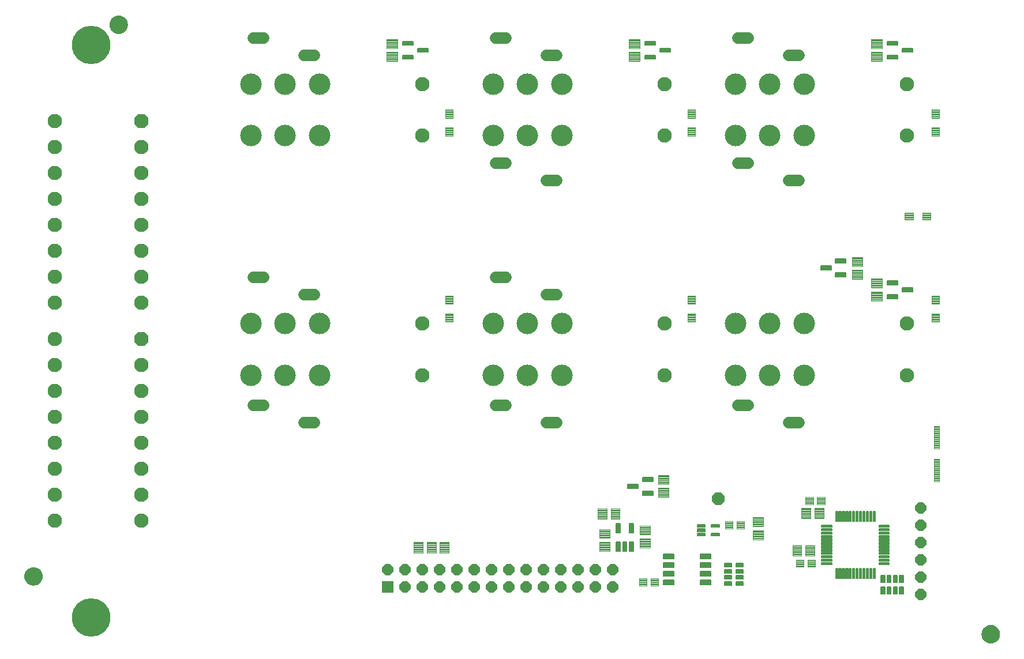
<source format=gts>
G75*
%MOIN*%
%OFA0B0*%
%FSLAX25Y25*%
%IPPOS*%
%LPD*%
%AMOC8*
5,1,8,0,0,1.08239X$1,22.5*
%
%ADD10C,0.13198*%
%ADD11OC8,0.06506*%
%ADD12R,0.06506X0.06506*%
%ADD13C,0.00454*%
%ADD14C,0.00504*%
%ADD15C,0.00504*%
%ADD16C,0.00457*%
%ADD17C,0.00594*%
%ADD18C,0.00514*%
%ADD19C,0.00468*%
%ADD20C,0.00580*%
%ADD21C,0.00500*%
%ADD22C,0.12411*%
%ADD23C,0.08277*%
%ADD24C,0.06600*%
%ADD25OC8,0.08277*%
%ADD26OC8,0.07096*%
%ADD27C,0.22254*%
D10*
X0137995Y0087673D03*
X0137995Y0418382D03*
D11*
X0309333Y0115232D03*
X0319333Y0115232D03*
X0329333Y0115232D03*
X0339333Y0115232D03*
X0349333Y0115232D03*
X0359333Y0115232D03*
X0369333Y0115232D03*
X0379333Y0115232D03*
X0389333Y0115232D03*
X0399333Y0115232D03*
X0409333Y0115232D03*
X0419333Y0115232D03*
X0429333Y0115232D03*
X0439333Y0115232D03*
X0439333Y0105232D03*
X0429333Y0105232D03*
X0419333Y0105232D03*
X0409333Y0105232D03*
X0399333Y0105232D03*
X0389333Y0105232D03*
X0379333Y0105232D03*
X0369333Y0105232D03*
X0359333Y0105232D03*
X0349333Y0105232D03*
X0339333Y0105232D03*
X0329333Y0105232D03*
X0319333Y0105232D03*
X0617188Y0100770D03*
X0617188Y0110770D03*
X0617188Y0120770D03*
X0617188Y0130770D03*
X0617188Y0140770D03*
X0617188Y0150770D03*
D12*
X0309333Y0105232D03*
D13*
X0454353Y0105979D02*
X0458829Y0105979D01*
X0454353Y0105979D02*
X0454353Y0110061D01*
X0458829Y0110061D01*
X0458829Y0105979D01*
X0458829Y0106432D02*
X0454353Y0106432D01*
X0454353Y0106885D02*
X0458829Y0106885D01*
X0458829Y0107338D02*
X0454353Y0107338D01*
X0454353Y0107791D02*
X0458829Y0107791D01*
X0458829Y0108244D02*
X0454353Y0108244D01*
X0454353Y0108697D02*
X0458829Y0108697D01*
X0458829Y0109150D02*
X0454353Y0109150D01*
X0454353Y0109603D02*
X0458829Y0109603D01*
X0458829Y0110056D02*
X0454353Y0110056D01*
X0461046Y0105979D02*
X0465522Y0105979D01*
X0461046Y0105979D02*
X0461046Y0110061D01*
X0465522Y0110061D01*
X0465522Y0105979D01*
X0465522Y0106432D02*
X0461046Y0106432D01*
X0461046Y0106885D02*
X0465522Y0106885D01*
X0465522Y0107338D02*
X0461046Y0107338D01*
X0461046Y0107791D02*
X0465522Y0107791D01*
X0465522Y0108244D02*
X0461046Y0108244D01*
X0461046Y0108697D02*
X0465522Y0108697D01*
X0465522Y0109150D02*
X0461046Y0109150D01*
X0461046Y0109603D02*
X0465522Y0109603D01*
X0465522Y0110056D02*
X0461046Y0110056D01*
X0504103Y0138979D02*
X0508579Y0138979D01*
X0504103Y0138979D02*
X0504103Y0143061D01*
X0508579Y0143061D01*
X0508579Y0138979D01*
X0508579Y0139432D02*
X0504103Y0139432D01*
X0504103Y0139885D02*
X0508579Y0139885D01*
X0508579Y0140338D02*
X0504103Y0140338D01*
X0504103Y0140791D02*
X0508579Y0140791D01*
X0508579Y0141244D02*
X0504103Y0141244D01*
X0504103Y0141697D02*
X0508579Y0141697D01*
X0508579Y0142150D02*
X0504103Y0142150D01*
X0504103Y0142603D02*
X0508579Y0142603D01*
X0508579Y0143056D02*
X0504103Y0143056D01*
X0510796Y0138979D02*
X0515272Y0138979D01*
X0510796Y0138979D02*
X0510796Y0143061D01*
X0515272Y0143061D01*
X0515272Y0138979D01*
X0515272Y0139432D02*
X0510796Y0139432D01*
X0510796Y0139885D02*
X0515272Y0139885D01*
X0515272Y0140338D02*
X0510796Y0140338D01*
X0510796Y0140791D02*
X0515272Y0140791D01*
X0515272Y0141244D02*
X0510796Y0141244D01*
X0510796Y0141697D02*
X0515272Y0141697D01*
X0515272Y0142150D02*
X0510796Y0142150D01*
X0510796Y0142603D02*
X0515272Y0142603D01*
X0515272Y0143056D02*
X0510796Y0143056D01*
X0545103Y0120811D02*
X0549579Y0120811D01*
X0549579Y0116729D01*
X0545103Y0116729D01*
X0545103Y0120811D01*
X0545103Y0117182D02*
X0549579Y0117182D01*
X0549579Y0117635D02*
X0545103Y0117635D01*
X0545103Y0118088D02*
X0549579Y0118088D01*
X0549579Y0118541D02*
X0545103Y0118541D01*
X0545103Y0118994D02*
X0549579Y0118994D01*
X0549579Y0119447D02*
X0545103Y0119447D01*
X0545103Y0119900D02*
X0549579Y0119900D01*
X0549579Y0120353D02*
X0545103Y0120353D01*
X0545103Y0120806D02*
X0549579Y0120806D01*
X0551796Y0120811D02*
X0556272Y0120811D01*
X0556272Y0116729D01*
X0551796Y0116729D01*
X0551796Y0120811D01*
X0551796Y0117182D02*
X0556272Y0117182D01*
X0556272Y0117635D02*
X0551796Y0117635D01*
X0551796Y0118088D02*
X0556272Y0118088D01*
X0556272Y0118541D02*
X0551796Y0118541D01*
X0551796Y0118994D02*
X0556272Y0118994D01*
X0556272Y0119447D02*
X0551796Y0119447D01*
X0551796Y0119900D02*
X0556272Y0119900D01*
X0556272Y0120353D02*
X0551796Y0120353D01*
X0551796Y0120806D02*
X0556272Y0120806D01*
X0557296Y0152979D02*
X0561772Y0152979D01*
X0557296Y0152979D02*
X0557296Y0157061D01*
X0561772Y0157061D01*
X0561772Y0152979D01*
X0561772Y0153432D02*
X0557296Y0153432D01*
X0557296Y0153885D02*
X0561772Y0153885D01*
X0561772Y0154338D02*
X0557296Y0154338D01*
X0557296Y0154791D02*
X0561772Y0154791D01*
X0561772Y0155244D02*
X0557296Y0155244D01*
X0557296Y0155697D02*
X0561772Y0155697D01*
X0561772Y0156150D02*
X0557296Y0156150D01*
X0557296Y0156603D02*
X0561772Y0156603D01*
X0561772Y0157056D02*
X0557296Y0157056D01*
X0555079Y0152979D02*
X0550603Y0152979D01*
X0550603Y0157061D01*
X0555079Y0157061D01*
X0555079Y0152979D01*
X0555079Y0153432D02*
X0550603Y0153432D01*
X0550603Y0153885D02*
X0555079Y0153885D01*
X0555079Y0154338D02*
X0550603Y0154338D01*
X0550603Y0154791D02*
X0555079Y0154791D01*
X0555079Y0155244D02*
X0550603Y0155244D01*
X0550603Y0155697D02*
X0555079Y0155697D01*
X0555079Y0156150D02*
X0550603Y0156150D01*
X0550603Y0156603D02*
X0555079Y0156603D01*
X0555079Y0157056D02*
X0550603Y0157056D01*
X0482647Y0258467D02*
X0482647Y0263337D01*
X0486729Y0263337D01*
X0486729Y0258467D01*
X0482647Y0258467D01*
X0482647Y0258920D02*
X0486729Y0258920D01*
X0486729Y0259373D02*
X0482647Y0259373D01*
X0482647Y0259826D02*
X0486729Y0259826D01*
X0486729Y0260279D02*
X0482647Y0260279D01*
X0482647Y0260732D02*
X0486729Y0260732D01*
X0486729Y0261185D02*
X0482647Y0261185D01*
X0482647Y0261638D02*
X0486729Y0261638D01*
X0486729Y0262091D02*
X0482647Y0262091D01*
X0482647Y0262544D02*
X0486729Y0262544D01*
X0486729Y0262997D02*
X0482647Y0262997D01*
X0482647Y0268703D02*
X0482647Y0273573D01*
X0486729Y0273573D01*
X0486729Y0268703D01*
X0482647Y0268703D01*
X0482647Y0269156D02*
X0486729Y0269156D01*
X0486729Y0269609D02*
X0482647Y0269609D01*
X0482647Y0270062D02*
X0486729Y0270062D01*
X0486729Y0270515D02*
X0482647Y0270515D01*
X0482647Y0270968D02*
X0486729Y0270968D01*
X0486729Y0271421D02*
X0482647Y0271421D01*
X0482647Y0271874D02*
X0486729Y0271874D01*
X0486729Y0272327D02*
X0482647Y0272327D01*
X0482647Y0272780D02*
X0486729Y0272780D01*
X0486729Y0273233D02*
X0482647Y0273233D01*
X0607885Y0321561D02*
X0612755Y0321561D01*
X0612755Y0317479D01*
X0607885Y0317479D01*
X0607885Y0321561D01*
X0607885Y0317932D02*
X0612755Y0317932D01*
X0612755Y0318385D02*
X0607885Y0318385D01*
X0607885Y0318838D02*
X0612755Y0318838D01*
X0612755Y0319291D02*
X0607885Y0319291D01*
X0607885Y0319744D02*
X0612755Y0319744D01*
X0612755Y0320197D02*
X0607885Y0320197D01*
X0607885Y0320650D02*
X0612755Y0320650D01*
X0612755Y0321103D02*
X0607885Y0321103D01*
X0607885Y0321556D02*
X0612755Y0321556D01*
X0618121Y0321561D02*
X0622991Y0321561D01*
X0622991Y0317479D01*
X0618121Y0317479D01*
X0618121Y0321561D01*
X0618121Y0317932D02*
X0622991Y0317932D01*
X0622991Y0318385D02*
X0618121Y0318385D01*
X0618121Y0318838D02*
X0622991Y0318838D01*
X0622991Y0319291D02*
X0618121Y0319291D01*
X0618121Y0319744D02*
X0622991Y0319744D01*
X0622991Y0320197D02*
X0618121Y0320197D01*
X0618121Y0320650D02*
X0622991Y0320650D01*
X0622991Y0321103D02*
X0618121Y0321103D01*
X0618121Y0321556D02*
X0622991Y0321556D01*
X0627729Y0365967D02*
X0627729Y0370837D01*
X0627729Y0365967D02*
X0623647Y0365967D01*
X0623647Y0370837D01*
X0627729Y0370837D01*
X0627729Y0366420D02*
X0623647Y0366420D01*
X0623647Y0366873D02*
X0627729Y0366873D01*
X0627729Y0367326D02*
X0623647Y0367326D01*
X0623647Y0367779D02*
X0627729Y0367779D01*
X0627729Y0368232D02*
X0623647Y0368232D01*
X0623647Y0368685D02*
X0627729Y0368685D01*
X0627729Y0369138D02*
X0623647Y0369138D01*
X0623647Y0369591D02*
X0627729Y0369591D01*
X0627729Y0370044D02*
X0623647Y0370044D01*
X0623647Y0370497D02*
X0627729Y0370497D01*
X0627729Y0376203D02*
X0627729Y0381073D01*
X0627729Y0376203D02*
X0623647Y0376203D01*
X0623647Y0381073D01*
X0627729Y0381073D01*
X0627729Y0376656D02*
X0623647Y0376656D01*
X0623647Y0377109D02*
X0627729Y0377109D01*
X0627729Y0377562D02*
X0623647Y0377562D01*
X0623647Y0378015D02*
X0627729Y0378015D01*
X0627729Y0378468D02*
X0623647Y0378468D01*
X0623647Y0378921D02*
X0627729Y0378921D01*
X0627729Y0379374D02*
X0623647Y0379374D01*
X0623647Y0379827D02*
X0627729Y0379827D01*
X0627729Y0380280D02*
X0623647Y0380280D01*
X0623647Y0380733D02*
X0627729Y0380733D01*
X0486729Y0381073D02*
X0486729Y0376203D01*
X0482647Y0376203D01*
X0482647Y0381073D01*
X0486729Y0381073D01*
X0486729Y0376656D02*
X0482647Y0376656D01*
X0482647Y0377109D02*
X0486729Y0377109D01*
X0486729Y0377562D02*
X0482647Y0377562D01*
X0482647Y0378015D02*
X0486729Y0378015D01*
X0486729Y0378468D02*
X0482647Y0378468D01*
X0482647Y0378921D02*
X0486729Y0378921D01*
X0486729Y0379374D02*
X0482647Y0379374D01*
X0482647Y0379827D02*
X0486729Y0379827D01*
X0486729Y0380280D02*
X0482647Y0380280D01*
X0482647Y0380733D02*
X0486729Y0380733D01*
X0486729Y0370837D02*
X0486729Y0365967D01*
X0482647Y0365967D01*
X0482647Y0370837D01*
X0486729Y0370837D01*
X0486729Y0366420D02*
X0482647Y0366420D01*
X0482647Y0366873D02*
X0486729Y0366873D01*
X0486729Y0367326D02*
X0482647Y0367326D01*
X0482647Y0367779D02*
X0486729Y0367779D01*
X0486729Y0368232D02*
X0482647Y0368232D01*
X0482647Y0368685D02*
X0486729Y0368685D01*
X0486729Y0369138D02*
X0482647Y0369138D01*
X0482647Y0369591D02*
X0486729Y0369591D01*
X0486729Y0370044D02*
X0482647Y0370044D01*
X0482647Y0370497D02*
X0486729Y0370497D01*
X0346729Y0370837D02*
X0346729Y0365967D01*
X0342647Y0365967D01*
X0342647Y0370837D01*
X0346729Y0370837D01*
X0346729Y0366420D02*
X0342647Y0366420D01*
X0342647Y0366873D02*
X0346729Y0366873D01*
X0346729Y0367326D02*
X0342647Y0367326D01*
X0342647Y0367779D02*
X0346729Y0367779D01*
X0346729Y0368232D02*
X0342647Y0368232D01*
X0342647Y0368685D02*
X0346729Y0368685D01*
X0346729Y0369138D02*
X0342647Y0369138D01*
X0342647Y0369591D02*
X0346729Y0369591D01*
X0346729Y0370044D02*
X0342647Y0370044D01*
X0342647Y0370497D02*
X0346729Y0370497D01*
X0346729Y0376203D02*
X0346729Y0381073D01*
X0346729Y0376203D02*
X0342647Y0376203D01*
X0342647Y0381073D01*
X0346729Y0381073D01*
X0346729Y0376656D02*
X0342647Y0376656D01*
X0342647Y0377109D02*
X0346729Y0377109D01*
X0346729Y0377562D02*
X0342647Y0377562D01*
X0342647Y0378015D02*
X0346729Y0378015D01*
X0346729Y0378468D02*
X0342647Y0378468D01*
X0342647Y0378921D02*
X0346729Y0378921D01*
X0346729Y0379374D02*
X0342647Y0379374D01*
X0342647Y0379827D02*
X0346729Y0379827D01*
X0346729Y0380280D02*
X0342647Y0380280D01*
X0342647Y0380733D02*
X0346729Y0380733D01*
X0342647Y0273573D02*
X0342647Y0268703D01*
X0342647Y0273573D02*
X0346729Y0273573D01*
X0346729Y0268703D01*
X0342647Y0268703D01*
X0342647Y0269156D02*
X0346729Y0269156D01*
X0346729Y0269609D02*
X0342647Y0269609D01*
X0342647Y0270062D02*
X0346729Y0270062D01*
X0346729Y0270515D02*
X0342647Y0270515D01*
X0342647Y0270968D02*
X0346729Y0270968D01*
X0346729Y0271421D02*
X0342647Y0271421D01*
X0342647Y0271874D02*
X0346729Y0271874D01*
X0346729Y0272327D02*
X0342647Y0272327D01*
X0342647Y0272780D02*
X0346729Y0272780D01*
X0346729Y0273233D02*
X0342647Y0273233D01*
X0342647Y0263337D02*
X0342647Y0258467D01*
X0342647Y0263337D02*
X0346729Y0263337D01*
X0346729Y0258467D01*
X0342647Y0258467D01*
X0342647Y0258920D02*
X0346729Y0258920D01*
X0346729Y0259373D02*
X0342647Y0259373D01*
X0342647Y0259826D02*
X0346729Y0259826D01*
X0346729Y0260279D02*
X0342647Y0260279D01*
X0342647Y0260732D02*
X0346729Y0260732D01*
X0346729Y0261185D02*
X0342647Y0261185D01*
X0342647Y0261638D02*
X0346729Y0261638D01*
X0346729Y0262091D02*
X0342647Y0262091D01*
X0342647Y0262544D02*
X0346729Y0262544D01*
X0346729Y0262997D02*
X0342647Y0262997D01*
X0623647Y0263337D02*
X0623647Y0258467D01*
X0623647Y0263337D02*
X0627729Y0263337D01*
X0627729Y0258467D01*
X0623647Y0258467D01*
X0623647Y0258920D02*
X0627729Y0258920D01*
X0627729Y0259373D02*
X0623647Y0259373D01*
X0623647Y0259826D02*
X0627729Y0259826D01*
X0627729Y0260279D02*
X0623647Y0260279D01*
X0623647Y0260732D02*
X0627729Y0260732D01*
X0627729Y0261185D02*
X0623647Y0261185D01*
X0623647Y0261638D02*
X0627729Y0261638D01*
X0627729Y0262091D02*
X0623647Y0262091D01*
X0623647Y0262544D02*
X0627729Y0262544D01*
X0627729Y0262997D02*
X0623647Y0262997D01*
X0623647Y0268703D02*
X0623647Y0273573D01*
X0627729Y0273573D01*
X0627729Y0268703D01*
X0623647Y0268703D01*
X0623647Y0269156D02*
X0627729Y0269156D01*
X0627729Y0269609D02*
X0623647Y0269609D01*
X0623647Y0270062D02*
X0627729Y0270062D01*
X0627729Y0270515D02*
X0623647Y0270515D01*
X0623647Y0270968D02*
X0627729Y0270968D01*
X0627729Y0271421D02*
X0623647Y0271421D01*
X0623647Y0271874D02*
X0627729Y0271874D01*
X0627729Y0272327D02*
X0623647Y0272327D01*
X0623647Y0272780D02*
X0627729Y0272780D01*
X0627729Y0273233D02*
X0623647Y0273233D01*
D14*
X0495917Y0124018D02*
X0489719Y0124018D01*
X0495917Y0124018D02*
X0495917Y0121560D01*
X0489719Y0121560D01*
X0489719Y0124018D01*
X0489719Y0122063D02*
X0495917Y0122063D01*
X0495917Y0122566D02*
X0489719Y0122566D01*
X0489719Y0123069D02*
X0495917Y0123069D01*
X0495917Y0123572D02*
X0489719Y0123572D01*
X0489719Y0119018D02*
X0495917Y0119018D01*
X0495917Y0116560D01*
X0489719Y0116560D01*
X0489719Y0119018D01*
X0489719Y0117063D02*
X0495917Y0117063D01*
X0495917Y0117566D02*
X0489719Y0117566D01*
X0489719Y0118069D02*
X0495917Y0118069D01*
X0495917Y0118572D02*
X0489719Y0118572D01*
X0489719Y0114018D02*
X0495917Y0114018D01*
X0495917Y0111560D01*
X0489719Y0111560D01*
X0489719Y0114018D01*
X0489719Y0112063D02*
X0495917Y0112063D01*
X0495917Y0112566D02*
X0489719Y0112566D01*
X0489719Y0113069D02*
X0495917Y0113069D01*
X0495917Y0113572D02*
X0489719Y0113572D01*
X0489719Y0109018D02*
X0495917Y0109018D01*
X0495917Y0106560D01*
X0489719Y0106560D01*
X0489719Y0109018D01*
X0489719Y0107063D02*
X0495917Y0107063D01*
X0495917Y0107566D02*
X0489719Y0107566D01*
X0489719Y0108069D02*
X0495917Y0108069D01*
X0495917Y0108572D02*
X0489719Y0108572D01*
X0474657Y0109018D02*
X0468459Y0109018D01*
X0474657Y0109018D02*
X0474657Y0106560D01*
X0468459Y0106560D01*
X0468459Y0109018D01*
X0468459Y0107063D02*
X0474657Y0107063D01*
X0474657Y0107566D02*
X0468459Y0107566D01*
X0468459Y0108069D02*
X0474657Y0108069D01*
X0474657Y0108572D02*
X0468459Y0108572D01*
X0468459Y0114018D02*
X0474657Y0114018D01*
X0474657Y0111560D01*
X0468459Y0111560D01*
X0468459Y0114018D01*
X0468459Y0112063D02*
X0474657Y0112063D01*
X0474657Y0112566D02*
X0468459Y0112566D01*
X0468459Y0113069D02*
X0474657Y0113069D01*
X0474657Y0113572D02*
X0468459Y0113572D01*
X0468459Y0119018D02*
X0474657Y0119018D01*
X0474657Y0116560D01*
X0468459Y0116560D01*
X0468459Y0119018D01*
X0468459Y0117063D02*
X0474657Y0117063D01*
X0474657Y0117566D02*
X0468459Y0117566D01*
X0468459Y0118069D02*
X0474657Y0118069D01*
X0474657Y0118572D02*
X0468459Y0118572D01*
X0468459Y0124018D02*
X0474657Y0124018D01*
X0474657Y0121560D01*
X0468459Y0121560D01*
X0468459Y0124018D01*
X0468459Y0122063D02*
X0474657Y0122063D01*
X0474657Y0122566D02*
X0468459Y0122566D01*
X0468459Y0123069D02*
X0474657Y0123069D01*
X0474657Y0123572D02*
X0468459Y0123572D01*
D15*
X0451036Y0125722D02*
X0451036Y0131018D01*
X0451036Y0125722D02*
X0448740Y0125722D01*
X0448740Y0131018D01*
X0451036Y0131018D01*
X0451036Y0126225D02*
X0448740Y0126225D01*
X0448740Y0126728D02*
X0451036Y0126728D01*
X0451036Y0127231D02*
X0448740Y0127231D01*
X0448740Y0127734D02*
X0451036Y0127734D01*
X0451036Y0128237D02*
X0448740Y0128237D01*
X0448740Y0128740D02*
X0451036Y0128740D01*
X0451036Y0129243D02*
X0448740Y0129243D01*
X0448740Y0129746D02*
X0451036Y0129746D01*
X0451036Y0130249D02*
X0448740Y0130249D01*
X0448740Y0130752D02*
X0451036Y0130752D01*
X0447336Y0131018D02*
X0447336Y0125722D01*
X0445040Y0125722D01*
X0445040Y0131018D01*
X0447336Y0131018D01*
X0447336Y0126225D02*
X0445040Y0126225D01*
X0445040Y0126728D02*
X0447336Y0126728D01*
X0447336Y0127231D02*
X0445040Y0127231D01*
X0445040Y0127734D02*
X0447336Y0127734D01*
X0447336Y0128237D02*
X0445040Y0128237D01*
X0445040Y0128740D02*
X0447336Y0128740D01*
X0447336Y0129243D02*
X0445040Y0129243D01*
X0445040Y0129746D02*
X0447336Y0129746D01*
X0447336Y0130249D02*
X0445040Y0130249D01*
X0445040Y0130752D02*
X0447336Y0130752D01*
X0443636Y0131018D02*
X0443636Y0125722D01*
X0441340Y0125722D01*
X0441340Y0131018D01*
X0443636Y0131018D01*
X0443636Y0126225D02*
X0441340Y0126225D01*
X0441340Y0126728D02*
X0443636Y0126728D01*
X0443636Y0127231D02*
X0441340Y0127231D01*
X0441340Y0127734D02*
X0443636Y0127734D01*
X0443636Y0128237D02*
X0441340Y0128237D01*
X0441340Y0128740D02*
X0443636Y0128740D01*
X0443636Y0129243D02*
X0441340Y0129243D01*
X0441340Y0129746D02*
X0443636Y0129746D01*
X0443636Y0130249D02*
X0441340Y0130249D01*
X0441340Y0130752D02*
X0443636Y0130752D01*
X0443636Y0136522D02*
X0443636Y0141818D01*
X0443636Y0136522D02*
X0441340Y0136522D01*
X0441340Y0141818D01*
X0443636Y0141818D01*
X0443636Y0137025D02*
X0441340Y0137025D01*
X0441340Y0137528D02*
X0443636Y0137528D01*
X0443636Y0138031D02*
X0441340Y0138031D01*
X0441340Y0138534D02*
X0443636Y0138534D01*
X0443636Y0139037D02*
X0441340Y0139037D01*
X0441340Y0139540D02*
X0443636Y0139540D01*
X0443636Y0140043D02*
X0441340Y0140043D01*
X0441340Y0140546D02*
X0443636Y0140546D01*
X0443636Y0141049D02*
X0441340Y0141049D01*
X0441340Y0141552D02*
X0443636Y0141552D01*
X0451036Y0141818D02*
X0451036Y0136522D01*
X0448740Y0136522D01*
X0448740Y0141818D01*
X0451036Y0141818D01*
X0451036Y0137025D02*
X0448740Y0137025D01*
X0448740Y0137528D02*
X0451036Y0137528D01*
X0451036Y0138031D02*
X0448740Y0138031D01*
X0448740Y0138534D02*
X0451036Y0138534D01*
X0451036Y0139037D02*
X0448740Y0139037D01*
X0448740Y0139540D02*
X0451036Y0139540D01*
X0451036Y0140043D02*
X0448740Y0140043D01*
X0448740Y0140546D02*
X0451036Y0140546D01*
X0451036Y0141049D02*
X0448740Y0141049D01*
X0448740Y0141552D02*
X0451036Y0141552D01*
X0456390Y0160418D02*
X0462486Y0160418D01*
X0462486Y0158122D01*
X0456390Y0158122D01*
X0456390Y0160418D01*
X0456390Y0158625D02*
X0462486Y0158625D01*
X0462486Y0159128D02*
X0456390Y0159128D01*
X0456390Y0159631D02*
X0462486Y0159631D01*
X0462486Y0160134D02*
X0456390Y0160134D01*
X0453986Y0164418D02*
X0447890Y0164418D01*
X0453986Y0164418D02*
X0453986Y0162122D01*
X0447890Y0162122D01*
X0447890Y0164418D01*
X0447890Y0162625D02*
X0453986Y0162625D01*
X0453986Y0163128D02*
X0447890Y0163128D01*
X0447890Y0163631D02*
X0453986Y0163631D01*
X0453986Y0164134D02*
X0447890Y0164134D01*
X0456390Y0168418D02*
X0462486Y0168418D01*
X0462486Y0166122D01*
X0456390Y0166122D01*
X0456390Y0168418D01*
X0456390Y0166625D02*
X0462486Y0166625D01*
X0462486Y0167128D02*
X0456390Y0167128D01*
X0456390Y0167631D02*
X0462486Y0167631D01*
X0462486Y0168134D02*
X0456390Y0168134D01*
X0597890Y0271872D02*
X0603986Y0271872D01*
X0597890Y0271872D02*
X0597890Y0274168D01*
X0603986Y0274168D01*
X0603986Y0271872D01*
X0603986Y0272375D02*
X0597890Y0272375D01*
X0597890Y0272878D02*
X0603986Y0272878D01*
X0603986Y0273381D02*
X0597890Y0273381D01*
X0597890Y0273884D02*
X0603986Y0273884D01*
X0606390Y0275872D02*
X0612486Y0275872D01*
X0606390Y0275872D02*
X0606390Y0278168D01*
X0612486Y0278168D01*
X0612486Y0275872D01*
X0612486Y0276375D02*
X0606390Y0276375D01*
X0606390Y0276878D02*
X0612486Y0276878D01*
X0612486Y0277381D02*
X0606390Y0277381D01*
X0606390Y0277884D02*
X0612486Y0277884D01*
X0603986Y0279872D02*
X0597890Y0279872D01*
X0597890Y0282168D01*
X0603986Y0282168D01*
X0603986Y0279872D01*
X0603986Y0280375D02*
X0597890Y0280375D01*
X0597890Y0280878D02*
X0603986Y0280878D01*
X0603986Y0281381D02*
X0597890Y0281381D01*
X0597890Y0281884D02*
X0603986Y0281884D01*
X0573986Y0286918D02*
X0567890Y0286918D01*
X0573986Y0286918D02*
X0573986Y0284622D01*
X0567890Y0284622D01*
X0567890Y0286918D01*
X0567890Y0285125D02*
X0573986Y0285125D01*
X0573986Y0285628D02*
X0567890Y0285628D01*
X0567890Y0286131D02*
X0573986Y0286131D01*
X0573986Y0286634D02*
X0567890Y0286634D01*
X0565486Y0290918D02*
X0559390Y0290918D01*
X0565486Y0290918D02*
X0565486Y0288622D01*
X0559390Y0288622D01*
X0559390Y0290918D01*
X0559390Y0289125D02*
X0565486Y0289125D01*
X0565486Y0289628D02*
X0559390Y0289628D01*
X0559390Y0290131D02*
X0565486Y0290131D01*
X0565486Y0290634D02*
X0559390Y0290634D01*
X0567890Y0294918D02*
X0573986Y0294918D01*
X0573986Y0292622D01*
X0567890Y0292622D01*
X0567890Y0294918D01*
X0567890Y0293125D02*
X0573986Y0293125D01*
X0573986Y0293628D02*
X0567890Y0293628D01*
X0567890Y0294131D02*
X0573986Y0294131D01*
X0573986Y0294634D02*
X0567890Y0294634D01*
X0597890Y0410372D02*
X0603986Y0410372D01*
X0597890Y0410372D02*
X0597890Y0412668D01*
X0603986Y0412668D01*
X0603986Y0410372D01*
X0603986Y0410875D02*
X0597890Y0410875D01*
X0597890Y0411378D02*
X0603986Y0411378D01*
X0603986Y0411881D02*
X0597890Y0411881D01*
X0597890Y0412384D02*
X0603986Y0412384D01*
X0606390Y0414372D02*
X0612486Y0414372D01*
X0606390Y0414372D02*
X0606390Y0416668D01*
X0612486Y0416668D01*
X0612486Y0414372D01*
X0612486Y0414875D02*
X0606390Y0414875D01*
X0606390Y0415378D02*
X0612486Y0415378D01*
X0612486Y0415881D02*
X0606390Y0415881D01*
X0606390Y0416384D02*
X0612486Y0416384D01*
X0603986Y0418372D02*
X0597890Y0418372D01*
X0597890Y0420668D01*
X0603986Y0420668D01*
X0603986Y0418372D01*
X0603986Y0418875D02*
X0597890Y0418875D01*
X0597890Y0419378D02*
X0603986Y0419378D01*
X0603986Y0419881D02*
X0597890Y0419881D01*
X0597890Y0420384D02*
X0603986Y0420384D01*
X0472486Y0414372D02*
X0466390Y0414372D01*
X0466390Y0416668D01*
X0472486Y0416668D01*
X0472486Y0414372D01*
X0472486Y0414875D02*
X0466390Y0414875D01*
X0466390Y0415378D02*
X0472486Y0415378D01*
X0472486Y0415881D02*
X0466390Y0415881D01*
X0466390Y0416384D02*
X0472486Y0416384D01*
X0463986Y0418372D02*
X0457890Y0418372D01*
X0457890Y0420668D01*
X0463986Y0420668D01*
X0463986Y0418372D01*
X0463986Y0418875D02*
X0457890Y0418875D01*
X0457890Y0419378D02*
X0463986Y0419378D01*
X0463986Y0419881D02*
X0457890Y0419881D01*
X0457890Y0420384D02*
X0463986Y0420384D01*
X0463986Y0410372D02*
X0457890Y0410372D01*
X0457890Y0412668D01*
X0463986Y0412668D01*
X0463986Y0410372D01*
X0463986Y0410875D02*
X0457890Y0410875D01*
X0457890Y0411378D02*
X0463986Y0411378D01*
X0463986Y0411881D02*
X0457890Y0411881D01*
X0457890Y0412384D02*
X0463986Y0412384D01*
X0332486Y0414372D02*
X0326390Y0414372D01*
X0326390Y0416668D01*
X0332486Y0416668D01*
X0332486Y0414372D01*
X0332486Y0414875D02*
X0326390Y0414875D01*
X0326390Y0415378D02*
X0332486Y0415378D01*
X0332486Y0415881D02*
X0326390Y0415881D01*
X0326390Y0416384D02*
X0332486Y0416384D01*
X0323986Y0418372D02*
X0317890Y0418372D01*
X0317890Y0420668D01*
X0323986Y0420668D01*
X0323986Y0418372D01*
X0323986Y0418875D02*
X0317890Y0418875D01*
X0317890Y0419378D02*
X0323986Y0419378D01*
X0323986Y0419881D02*
X0317890Y0419881D01*
X0317890Y0420384D02*
X0323986Y0420384D01*
X0323986Y0410372D02*
X0317890Y0410372D01*
X0317890Y0412668D01*
X0323986Y0412668D01*
X0323986Y0410372D01*
X0323986Y0410875D02*
X0317890Y0410875D01*
X0317890Y0411378D02*
X0323986Y0411378D01*
X0323986Y0411881D02*
X0317890Y0411881D01*
X0317890Y0412384D02*
X0323986Y0412384D01*
D16*
X0308663Y0414411D02*
X0308663Y0409149D01*
X0308663Y0414411D02*
X0314713Y0414411D01*
X0314713Y0409149D01*
X0308663Y0409149D01*
X0308663Y0409605D02*
X0314713Y0409605D01*
X0314713Y0410061D02*
X0308663Y0410061D01*
X0308663Y0410517D02*
X0314713Y0410517D01*
X0314713Y0410973D02*
X0308663Y0410973D01*
X0308663Y0411429D02*
X0314713Y0411429D01*
X0314713Y0411885D02*
X0308663Y0411885D01*
X0308663Y0412341D02*
X0314713Y0412341D01*
X0314713Y0412797D02*
X0308663Y0412797D01*
X0308663Y0413253D02*
X0314713Y0413253D01*
X0314713Y0413709D02*
X0308663Y0413709D01*
X0308663Y0414165D02*
X0314713Y0414165D01*
X0308663Y0416629D02*
X0308663Y0421891D01*
X0314713Y0421891D01*
X0314713Y0416629D01*
X0308663Y0416629D01*
X0308663Y0417085D02*
X0314713Y0417085D01*
X0314713Y0417541D02*
X0308663Y0417541D01*
X0308663Y0417997D02*
X0314713Y0417997D01*
X0314713Y0418453D02*
X0308663Y0418453D01*
X0308663Y0418909D02*
X0314713Y0418909D01*
X0314713Y0419365D02*
X0308663Y0419365D01*
X0308663Y0419821D02*
X0314713Y0419821D01*
X0314713Y0420277D02*
X0308663Y0420277D01*
X0308663Y0420733D02*
X0314713Y0420733D01*
X0314713Y0421189D02*
X0308663Y0421189D01*
X0308663Y0421645D02*
X0314713Y0421645D01*
X0448663Y0421891D02*
X0448663Y0416629D01*
X0448663Y0421891D02*
X0454713Y0421891D01*
X0454713Y0416629D01*
X0448663Y0416629D01*
X0448663Y0417085D02*
X0454713Y0417085D01*
X0454713Y0417541D02*
X0448663Y0417541D01*
X0448663Y0417997D02*
X0454713Y0417997D01*
X0454713Y0418453D02*
X0448663Y0418453D01*
X0448663Y0418909D02*
X0454713Y0418909D01*
X0454713Y0419365D02*
X0448663Y0419365D01*
X0448663Y0419821D02*
X0454713Y0419821D01*
X0454713Y0420277D02*
X0448663Y0420277D01*
X0448663Y0420733D02*
X0454713Y0420733D01*
X0454713Y0421189D02*
X0448663Y0421189D01*
X0448663Y0421645D02*
X0454713Y0421645D01*
X0448663Y0414411D02*
X0448663Y0409149D01*
X0448663Y0414411D02*
X0454713Y0414411D01*
X0454713Y0409149D01*
X0448663Y0409149D01*
X0448663Y0409605D02*
X0454713Y0409605D01*
X0454713Y0410061D02*
X0448663Y0410061D01*
X0448663Y0410517D02*
X0454713Y0410517D01*
X0454713Y0410973D02*
X0448663Y0410973D01*
X0448663Y0411429D02*
X0454713Y0411429D01*
X0454713Y0411885D02*
X0448663Y0411885D01*
X0448663Y0412341D02*
X0454713Y0412341D01*
X0454713Y0412797D02*
X0448663Y0412797D01*
X0448663Y0413253D02*
X0454713Y0413253D01*
X0454713Y0413709D02*
X0448663Y0413709D01*
X0448663Y0414165D02*
X0454713Y0414165D01*
X0588663Y0414411D02*
X0588663Y0409149D01*
X0588663Y0414411D02*
X0594713Y0414411D01*
X0594713Y0409149D01*
X0588663Y0409149D01*
X0588663Y0409605D02*
X0594713Y0409605D01*
X0594713Y0410061D02*
X0588663Y0410061D01*
X0588663Y0410517D02*
X0594713Y0410517D01*
X0594713Y0410973D02*
X0588663Y0410973D01*
X0588663Y0411429D02*
X0594713Y0411429D01*
X0594713Y0411885D02*
X0588663Y0411885D01*
X0588663Y0412341D02*
X0594713Y0412341D01*
X0594713Y0412797D02*
X0588663Y0412797D01*
X0588663Y0413253D02*
X0594713Y0413253D01*
X0594713Y0413709D02*
X0588663Y0413709D01*
X0588663Y0414165D02*
X0594713Y0414165D01*
X0588663Y0416629D02*
X0588663Y0421891D01*
X0594713Y0421891D01*
X0594713Y0416629D01*
X0588663Y0416629D01*
X0588663Y0417085D02*
X0594713Y0417085D01*
X0594713Y0417541D02*
X0588663Y0417541D01*
X0588663Y0417997D02*
X0594713Y0417997D01*
X0594713Y0418453D02*
X0588663Y0418453D01*
X0588663Y0418909D02*
X0594713Y0418909D01*
X0594713Y0419365D02*
X0588663Y0419365D01*
X0588663Y0419821D02*
X0594713Y0419821D01*
X0594713Y0420277D02*
X0588663Y0420277D01*
X0588663Y0420733D02*
X0594713Y0420733D01*
X0594713Y0421189D02*
X0588663Y0421189D01*
X0588663Y0421645D02*
X0594713Y0421645D01*
X0583463Y0295891D02*
X0583463Y0290629D01*
X0577413Y0290629D01*
X0577413Y0295891D01*
X0583463Y0295891D01*
X0583463Y0291085D02*
X0577413Y0291085D01*
X0577413Y0291541D02*
X0583463Y0291541D01*
X0583463Y0291997D02*
X0577413Y0291997D01*
X0577413Y0292453D02*
X0583463Y0292453D01*
X0583463Y0292909D02*
X0577413Y0292909D01*
X0577413Y0293365D02*
X0583463Y0293365D01*
X0583463Y0293821D02*
X0577413Y0293821D01*
X0577413Y0294277D02*
X0583463Y0294277D01*
X0583463Y0294733D02*
X0577413Y0294733D01*
X0577413Y0295189D02*
X0583463Y0295189D01*
X0583463Y0295645D02*
X0577413Y0295645D01*
X0583463Y0288411D02*
X0583463Y0283149D01*
X0577413Y0283149D01*
X0577413Y0288411D01*
X0583463Y0288411D01*
X0583463Y0283605D02*
X0577413Y0283605D01*
X0577413Y0284061D02*
X0583463Y0284061D01*
X0583463Y0284517D02*
X0577413Y0284517D01*
X0577413Y0284973D02*
X0583463Y0284973D01*
X0583463Y0285429D02*
X0577413Y0285429D01*
X0577413Y0285885D02*
X0583463Y0285885D01*
X0583463Y0286341D02*
X0577413Y0286341D01*
X0577413Y0286797D02*
X0583463Y0286797D01*
X0583463Y0287253D02*
X0577413Y0287253D01*
X0577413Y0287709D02*
X0583463Y0287709D01*
X0583463Y0288165D02*
X0577413Y0288165D01*
X0588663Y0283391D02*
X0588663Y0278129D01*
X0588663Y0283391D02*
X0594713Y0283391D01*
X0594713Y0278129D01*
X0588663Y0278129D01*
X0588663Y0278585D02*
X0594713Y0278585D01*
X0594713Y0279041D02*
X0588663Y0279041D01*
X0588663Y0279497D02*
X0594713Y0279497D01*
X0594713Y0279953D02*
X0588663Y0279953D01*
X0588663Y0280409D02*
X0594713Y0280409D01*
X0594713Y0280865D02*
X0588663Y0280865D01*
X0588663Y0281321D02*
X0594713Y0281321D01*
X0594713Y0281777D02*
X0588663Y0281777D01*
X0588663Y0282233D02*
X0594713Y0282233D01*
X0594713Y0282689D02*
X0588663Y0282689D01*
X0588663Y0283145D02*
X0594713Y0283145D01*
X0588663Y0275911D02*
X0588663Y0270649D01*
X0588663Y0275911D02*
X0594713Y0275911D01*
X0594713Y0270649D01*
X0588663Y0270649D01*
X0588663Y0271105D02*
X0594713Y0271105D01*
X0594713Y0271561D02*
X0588663Y0271561D01*
X0588663Y0272017D02*
X0594713Y0272017D01*
X0594713Y0272473D02*
X0588663Y0272473D01*
X0588663Y0272929D02*
X0594713Y0272929D01*
X0594713Y0273385D02*
X0588663Y0273385D01*
X0588663Y0273841D02*
X0594713Y0273841D01*
X0594713Y0274297D02*
X0588663Y0274297D01*
X0588663Y0274753D02*
X0594713Y0274753D01*
X0594713Y0275209D02*
X0588663Y0275209D01*
X0588663Y0275665D02*
X0594713Y0275665D01*
X0471463Y0169891D02*
X0471463Y0164629D01*
X0465413Y0164629D01*
X0465413Y0169891D01*
X0471463Y0169891D01*
X0471463Y0165085D02*
X0465413Y0165085D01*
X0465413Y0165541D02*
X0471463Y0165541D01*
X0471463Y0165997D02*
X0465413Y0165997D01*
X0465413Y0166453D02*
X0471463Y0166453D01*
X0471463Y0166909D02*
X0465413Y0166909D01*
X0465413Y0167365D02*
X0471463Y0167365D01*
X0471463Y0167821D02*
X0465413Y0167821D01*
X0465413Y0168277D02*
X0471463Y0168277D01*
X0471463Y0168733D02*
X0465413Y0168733D01*
X0465413Y0169189D02*
X0471463Y0169189D01*
X0471463Y0169645D02*
X0465413Y0169645D01*
X0471463Y0162411D02*
X0471463Y0157149D01*
X0465413Y0157149D01*
X0465413Y0162411D01*
X0471463Y0162411D01*
X0471463Y0157605D02*
X0465413Y0157605D01*
X0465413Y0158061D02*
X0471463Y0158061D01*
X0471463Y0158517D02*
X0465413Y0158517D01*
X0465413Y0158973D02*
X0471463Y0158973D01*
X0471463Y0159429D02*
X0465413Y0159429D01*
X0465413Y0159885D02*
X0471463Y0159885D01*
X0471463Y0160341D02*
X0465413Y0160341D01*
X0465413Y0160797D02*
X0471463Y0160797D01*
X0471463Y0161253D02*
X0465413Y0161253D01*
X0465413Y0161709D02*
X0471463Y0161709D01*
X0471463Y0162165D02*
X0465413Y0162165D01*
X0443309Y0150545D02*
X0438047Y0150545D01*
X0443309Y0150545D02*
X0443309Y0144495D01*
X0438047Y0144495D01*
X0438047Y0150545D01*
X0438047Y0144951D02*
X0443309Y0144951D01*
X0443309Y0145407D02*
X0438047Y0145407D01*
X0438047Y0145863D02*
X0443309Y0145863D01*
X0443309Y0146319D02*
X0438047Y0146319D01*
X0438047Y0146775D02*
X0443309Y0146775D01*
X0443309Y0147231D02*
X0438047Y0147231D01*
X0438047Y0147687D02*
X0443309Y0147687D01*
X0443309Y0148143D02*
X0438047Y0148143D01*
X0438047Y0148599D02*
X0443309Y0148599D01*
X0443309Y0149055D02*
X0438047Y0149055D01*
X0438047Y0149511D02*
X0443309Y0149511D01*
X0443309Y0149967D02*
X0438047Y0149967D01*
X0438047Y0150423D02*
X0443309Y0150423D01*
X0435829Y0150545D02*
X0430567Y0150545D01*
X0435829Y0150545D02*
X0435829Y0144495D01*
X0430567Y0144495D01*
X0430567Y0150545D01*
X0430567Y0144951D02*
X0435829Y0144951D01*
X0435829Y0145407D02*
X0430567Y0145407D01*
X0430567Y0145863D02*
X0435829Y0145863D01*
X0435829Y0146319D02*
X0430567Y0146319D01*
X0430567Y0146775D02*
X0435829Y0146775D01*
X0435829Y0147231D02*
X0430567Y0147231D01*
X0430567Y0147687D02*
X0435829Y0147687D01*
X0435829Y0148143D02*
X0430567Y0148143D01*
X0430567Y0148599D02*
X0435829Y0148599D01*
X0435829Y0149055D02*
X0430567Y0149055D01*
X0430567Y0149511D02*
X0435829Y0149511D01*
X0435829Y0149967D02*
X0430567Y0149967D01*
X0430567Y0150423D02*
X0435829Y0150423D01*
X0431413Y0138641D02*
X0431413Y0133379D01*
X0431413Y0138641D02*
X0437463Y0138641D01*
X0437463Y0133379D01*
X0431413Y0133379D01*
X0431413Y0133835D02*
X0437463Y0133835D01*
X0437463Y0134291D02*
X0431413Y0134291D01*
X0431413Y0134747D02*
X0437463Y0134747D01*
X0437463Y0135203D02*
X0431413Y0135203D01*
X0431413Y0135659D02*
X0437463Y0135659D01*
X0437463Y0136115D02*
X0431413Y0136115D01*
X0431413Y0136571D02*
X0437463Y0136571D01*
X0437463Y0137027D02*
X0431413Y0137027D01*
X0431413Y0137483D02*
X0437463Y0137483D01*
X0437463Y0137939D02*
X0431413Y0137939D01*
X0431413Y0138395D02*
X0437463Y0138395D01*
X0431413Y0131161D02*
X0431413Y0125899D01*
X0431413Y0131161D02*
X0437463Y0131161D01*
X0437463Y0125899D01*
X0431413Y0125899D01*
X0431413Y0126355D02*
X0437463Y0126355D01*
X0437463Y0126811D02*
X0431413Y0126811D01*
X0431413Y0127267D02*
X0437463Y0127267D01*
X0437463Y0127723D02*
X0431413Y0127723D01*
X0431413Y0128179D02*
X0437463Y0128179D01*
X0437463Y0128635D02*
X0431413Y0128635D01*
X0431413Y0129091D02*
X0437463Y0129091D01*
X0437463Y0129547D02*
X0431413Y0129547D01*
X0431413Y0130003D02*
X0437463Y0130003D01*
X0437463Y0130459D02*
X0431413Y0130459D01*
X0431413Y0130915D02*
X0437463Y0130915D01*
X0460963Y0133161D02*
X0460963Y0127899D01*
X0454913Y0127899D01*
X0454913Y0133161D01*
X0460963Y0133161D01*
X0460963Y0128355D02*
X0454913Y0128355D01*
X0454913Y0128811D02*
X0460963Y0128811D01*
X0460963Y0129267D02*
X0454913Y0129267D01*
X0454913Y0129723D02*
X0460963Y0129723D01*
X0460963Y0130179D02*
X0454913Y0130179D01*
X0454913Y0130635D02*
X0460963Y0130635D01*
X0460963Y0131091D02*
X0454913Y0131091D01*
X0454913Y0131547D02*
X0460963Y0131547D01*
X0460963Y0132003D02*
X0454913Y0132003D01*
X0454913Y0132459D02*
X0460963Y0132459D01*
X0460963Y0132915D02*
X0454913Y0132915D01*
X0460963Y0135379D02*
X0460963Y0140641D01*
X0460963Y0135379D02*
X0454913Y0135379D01*
X0454913Y0140641D01*
X0460963Y0140641D01*
X0460963Y0135835D02*
X0454913Y0135835D01*
X0454913Y0136291D02*
X0460963Y0136291D01*
X0460963Y0136747D02*
X0454913Y0136747D01*
X0454913Y0137203D02*
X0460963Y0137203D01*
X0460963Y0137659D02*
X0454913Y0137659D01*
X0454913Y0138115D02*
X0460963Y0138115D01*
X0460963Y0138571D02*
X0454913Y0138571D01*
X0454913Y0139027D02*
X0460963Y0139027D01*
X0460963Y0139483D02*
X0454913Y0139483D01*
X0454913Y0139939D02*
X0460963Y0139939D01*
X0460963Y0140395D02*
X0454913Y0140395D01*
X0526213Y0140129D02*
X0526213Y0145391D01*
X0526213Y0140129D02*
X0520163Y0140129D01*
X0520163Y0145391D01*
X0526213Y0145391D01*
X0526213Y0140585D02*
X0520163Y0140585D01*
X0520163Y0141041D02*
X0526213Y0141041D01*
X0526213Y0141497D02*
X0520163Y0141497D01*
X0520163Y0141953D02*
X0526213Y0141953D01*
X0526213Y0142409D02*
X0520163Y0142409D01*
X0520163Y0142865D02*
X0526213Y0142865D01*
X0526213Y0143321D02*
X0520163Y0143321D01*
X0520163Y0143777D02*
X0526213Y0143777D01*
X0526213Y0144233D02*
X0520163Y0144233D01*
X0520163Y0144689D02*
X0526213Y0144689D01*
X0526213Y0145145D02*
X0520163Y0145145D01*
X0526213Y0137911D02*
X0526213Y0132649D01*
X0520163Y0132649D01*
X0520163Y0137911D01*
X0526213Y0137911D01*
X0526213Y0133105D02*
X0520163Y0133105D01*
X0520163Y0133561D02*
X0526213Y0133561D01*
X0526213Y0134017D02*
X0520163Y0134017D01*
X0520163Y0134473D02*
X0526213Y0134473D01*
X0526213Y0134929D02*
X0520163Y0134929D01*
X0520163Y0135385D02*
X0526213Y0135385D01*
X0526213Y0135841D02*
X0520163Y0135841D01*
X0520163Y0136297D02*
X0526213Y0136297D01*
X0526213Y0136753D02*
X0520163Y0136753D01*
X0520163Y0137209D02*
X0526213Y0137209D01*
X0526213Y0137665D02*
X0520163Y0137665D01*
X0543067Y0123245D02*
X0548329Y0123245D01*
X0543067Y0123245D02*
X0543067Y0129295D01*
X0548329Y0129295D01*
X0548329Y0123245D01*
X0548329Y0123701D02*
X0543067Y0123701D01*
X0543067Y0124157D02*
X0548329Y0124157D01*
X0548329Y0124613D02*
X0543067Y0124613D01*
X0543067Y0125069D02*
X0548329Y0125069D01*
X0548329Y0125525D02*
X0543067Y0125525D01*
X0543067Y0125981D02*
X0548329Y0125981D01*
X0548329Y0126437D02*
X0543067Y0126437D01*
X0543067Y0126893D02*
X0548329Y0126893D01*
X0548329Y0127349D02*
X0543067Y0127349D01*
X0543067Y0127805D02*
X0548329Y0127805D01*
X0548329Y0128261D02*
X0543067Y0128261D01*
X0543067Y0128717D02*
X0548329Y0128717D01*
X0548329Y0129173D02*
X0543067Y0129173D01*
X0550547Y0123245D02*
X0555809Y0123245D01*
X0550547Y0123245D02*
X0550547Y0129295D01*
X0555809Y0129295D01*
X0555809Y0123245D01*
X0555809Y0123701D02*
X0550547Y0123701D01*
X0550547Y0124157D02*
X0555809Y0124157D01*
X0555809Y0124613D02*
X0550547Y0124613D01*
X0550547Y0125069D02*
X0555809Y0125069D01*
X0555809Y0125525D02*
X0550547Y0125525D01*
X0550547Y0125981D02*
X0555809Y0125981D01*
X0555809Y0126437D02*
X0550547Y0126437D01*
X0550547Y0126893D02*
X0555809Y0126893D01*
X0555809Y0127349D02*
X0550547Y0127349D01*
X0550547Y0127805D02*
X0555809Y0127805D01*
X0555809Y0128261D02*
X0550547Y0128261D01*
X0550547Y0128717D02*
X0555809Y0128717D01*
X0555809Y0129173D02*
X0550547Y0129173D01*
X0548317Y0150795D02*
X0553579Y0150795D01*
X0553579Y0144745D01*
X0548317Y0144745D01*
X0548317Y0150795D01*
X0548317Y0145201D02*
X0553579Y0145201D01*
X0553579Y0145657D02*
X0548317Y0145657D01*
X0548317Y0146113D02*
X0553579Y0146113D01*
X0553579Y0146569D02*
X0548317Y0146569D01*
X0548317Y0147025D02*
X0553579Y0147025D01*
X0553579Y0147481D02*
X0548317Y0147481D01*
X0548317Y0147937D02*
X0553579Y0147937D01*
X0553579Y0148393D02*
X0548317Y0148393D01*
X0548317Y0148849D02*
X0553579Y0148849D01*
X0553579Y0149305D02*
X0548317Y0149305D01*
X0548317Y0149761D02*
X0553579Y0149761D01*
X0553579Y0150217D02*
X0548317Y0150217D01*
X0548317Y0150673D02*
X0553579Y0150673D01*
X0555797Y0150795D02*
X0561059Y0150795D01*
X0561059Y0144745D01*
X0555797Y0144745D01*
X0555797Y0150795D01*
X0555797Y0145201D02*
X0561059Y0145201D01*
X0561059Y0145657D02*
X0555797Y0145657D01*
X0555797Y0146113D02*
X0561059Y0146113D01*
X0561059Y0146569D02*
X0555797Y0146569D01*
X0555797Y0147025D02*
X0561059Y0147025D01*
X0561059Y0147481D02*
X0555797Y0147481D01*
X0555797Y0147937D02*
X0561059Y0147937D01*
X0561059Y0148393D02*
X0555797Y0148393D01*
X0555797Y0148849D02*
X0561059Y0148849D01*
X0561059Y0149305D02*
X0555797Y0149305D01*
X0555797Y0149761D02*
X0561059Y0149761D01*
X0561059Y0150217D02*
X0555797Y0150217D01*
X0555797Y0150673D02*
X0561059Y0150673D01*
X0344549Y0124995D02*
X0339287Y0124995D01*
X0339287Y0131045D01*
X0344549Y0131045D01*
X0344549Y0124995D01*
X0344549Y0125451D02*
X0339287Y0125451D01*
X0339287Y0125907D02*
X0344549Y0125907D01*
X0344549Y0126363D02*
X0339287Y0126363D01*
X0339287Y0126819D02*
X0344549Y0126819D01*
X0344549Y0127275D02*
X0339287Y0127275D01*
X0339287Y0127731D02*
X0344549Y0127731D01*
X0344549Y0128187D02*
X0339287Y0128187D01*
X0339287Y0128643D02*
X0344549Y0128643D01*
X0344549Y0129099D02*
X0339287Y0129099D01*
X0339287Y0129555D02*
X0344549Y0129555D01*
X0344549Y0130011D02*
X0339287Y0130011D01*
X0339287Y0130467D02*
X0344549Y0130467D01*
X0344549Y0130923D02*
X0339287Y0130923D01*
X0337069Y0124995D02*
X0331807Y0124995D01*
X0331807Y0131045D01*
X0337069Y0131045D01*
X0337069Y0124995D01*
X0337069Y0125451D02*
X0331807Y0125451D01*
X0331807Y0125907D02*
X0337069Y0125907D01*
X0337069Y0126363D02*
X0331807Y0126363D01*
X0331807Y0126819D02*
X0337069Y0126819D01*
X0337069Y0127275D02*
X0331807Y0127275D01*
X0331807Y0127731D02*
X0337069Y0127731D01*
X0337069Y0128187D02*
X0331807Y0128187D01*
X0331807Y0128643D02*
X0337069Y0128643D01*
X0337069Y0129099D02*
X0331807Y0129099D01*
X0331807Y0129555D02*
X0337069Y0129555D01*
X0337069Y0130011D02*
X0331807Y0130011D01*
X0331807Y0130467D02*
X0337069Y0130467D01*
X0337069Y0130923D02*
X0331807Y0130923D01*
X0329588Y0124995D02*
X0324326Y0124995D01*
X0324326Y0131045D01*
X0329588Y0131045D01*
X0329588Y0124995D01*
X0329588Y0125451D02*
X0324326Y0125451D01*
X0324326Y0125907D02*
X0329588Y0125907D01*
X0329588Y0126363D02*
X0324326Y0126363D01*
X0324326Y0126819D02*
X0329588Y0126819D01*
X0329588Y0127275D02*
X0324326Y0127275D01*
X0324326Y0127731D02*
X0329588Y0127731D01*
X0329588Y0128187D02*
X0324326Y0128187D01*
X0324326Y0128643D02*
X0329588Y0128643D01*
X0329588Y0129099D02*
X0324326Y0129099D01*
X0324326Y0129555D02*
X0329588Y0129555D01*
X0329588Y0130011D02*
X0324326Y0130011D01*
X0324326Y0130467D02*
X0329588Y0130467D01*
X0329588Y0130923D02*
X0324326Y0130923D01*
D17*
X0559960Y0131048D02*
X0559960Y0129992D01*
X0559960Y0131048D02*
X0565716Y0131048D01*
X0565716Y0129992D01*
X0559960Y0129992D01*
X0559960Y0130585D02*
X0565716Y0130585D01*
X0559960Y0131992D02*
X0559960Y0133048D01*
X0565716Y0133048D01*
X0565716Y0131992D01*
X0559960Y0131992D01*
X0559960Y0132585D02*
X0565716Y0132585D01*
X0559960Y0133892D02*
X0559960Y0134948D01*
X0565716Y0134948D01*
X0565716Y0133892D01*
X0559960Y0133892D01*
X0559960Y0134485D02*
X0565716Y0134485D01*
X0559960Y0135892D02*
X0559960Y0136948D01*
X0565716Y0136948D01*
X0565716Y0135892D01*
X0559960Y0135892D01*
X0559960Y0136485D02*
X0565716Y0136485D01*
X0559960Y0137892D02*
X0559960Y0138948D01*
X0565716Y0138948D01*
X0565716Y0137892D01*
X0559960Y0137892D01*
X0559960Y0138485D02*
X0565716Y0138485D01*
X0559960Y0139792D02*
X0559960Y0140848D01*
X0565716Y0140848D01*
X0565716Y0139792D01*
X0559960Y0139792D01*
X0559960Y0140385D02*
X0565716Y0140385D01*
X0568110Y0148998D02*
X0569166Y0148998D01*
X0569166Y0143242D01*
X0568110Y0143242D01*
X0568110Y0148998D01*
X0568110Y0143835D02*
X0569166Y0143835D01*
X0569166Y0144428D02*
X0568110Y0144428D01*
X0568110Y0145021D02*
X0569166Y0145021D01*
X0569166Y0145614D02*
X0568110Y0145614D01*
X0568110Y0146207D02*
X0569166Y0146207D01*
X0569166Y0146800D02*
X0568110Y0146800D01*
X0568110Y0147393D02*
X0569166Y0147393D01*
X0569166Y0147986D02*
X0568110Y0147986D01*
X0568110Y0148579D02*
X0569166Y0148579D01*
X0570010Y0148998D02*
X0571066Y0148998D01*
X0571066Y0143242D01*
X0570010Y0143242D01*
X0570010Y0148998D01*
X0570010Y0143835D02*
X0571066Y0143835D01*
X0571066Y0144428D02*
X0570010Y0144428D01*
X0570010Y0145021D02*
X0571066Y0145021D01*
X0571066Y0145614D02*
X0570010Y0145614D01*
X0570010Y0146207D02*
X0571066Y0146207D01*
X0571066Y0146800D02*
X0570010Y0146800D01*
X0570010Y0147393D02*
X0571066Y0147393D01*
X0571066Y0147986D02*
X0570010Y0147986D01*
X0570010Y0148579D02*
X0571066Y0148579D01*
X0572010Y0148998D02*
X0573066Y0148998D01*
X0573066Y0143242D01*
X0572010Y0143242D01*
X0572010Y0148998D01*
X0572010Y0143835D02*
X0573066Y0143835D01*
X0573066Y0144428D02*
X0572010Y0144428D01*
X0572010Y0145021D02*
X0573066Y0145021D01*
X0573066Y0145614D02*
X0572010Y0145614D01*
X0572010Y0146207D02*
X0573066Y0146207D01*
X0573066Y0146800D02*
X0572010Y0146800D01*
X0572010Y0147393D02*
X0573066Y0147393D01*
X0573066Y0147986D02*
X0572010Y0147986D01*
X0572010Y0148579D02*
X0573066Y0148579D01*
X0574010Y0148998D02*
X0575066Y0148998D01*
X0575066Y0143242D01*
X0574010Y0143242D01*
X0574010Y0148998D01*
X0574010Y0143835D02*
X0575066Y0143835D01*
X0575066Y0144428D02*
X0574010Y0144428D01*
X0574010Y0145021D02*
X0575066Y0145021D01*
X0575066Y0145614D02*
X0574010Y0145614D01*
X0574010Y0146207D02*
X0575066Y0146207D01*
X0575066Y0146800D02*
X0574010Y0146800D01*
X0574010Y0147393D02*
X0575066Y0147393D01*
X0575066Y0147986D02*
X0574010Y0147986D01*
X0574010Y0148579D02*
X0575066Y0148579D01*
X0575910Y0148998D02*
X0576966Y0148998D01*
X0576966Y0143242D01*
X0575910Y0143242D01*
X0575910Y0148998D01*
X0575910Y0143835D02*
X0576966Y0143835D01*
X0576966Y0144428D02*
X0575910Y0144428D01*
X0575910Y0145021D02*
X0576966Y0145021D01*
X0576966Y0145614D02*
X0575910Y0145614D01*
X0575910Y0146207D02*
X0576966Y0146207D01*
X0576966Y0146800D02*
X0575910Y0146800D01*
X0575910Y0147393D02*
X0576966Y0147393D01*
X0576966Y0147986D02*
X0575910Y0147986D01*
X0575910Y0148579D02*
X0576966Y0148579D01*
X0577910Y0148998D02*
X0578966Y0148998D01*
X0578966Y0143242D01*
X0577910Y0143242D01*
X0577910Y0148998D01*
X0577910Y0143835D02*
X0578966Y0143835D01*
X0578966Y0144428D02*
X0577910Y0144428D01*
X0577910Y0145021D02*
X0578966Y0145021D01*
X0578966Y0145614D02*
X0577910Y0145614D01*
X0577910Y0146207D02*
X0578966Y0146207D01*
X0578966Y0146800D02*
X0577910Y0146800D01*
X0577910Y0147393D02*
X0578966Y0147393D01*
X0578966Y0147986D02*
X0577910Y0147986D01*
X0577910Y0148579D02*
X0578966Y0148579D01*
X0579910Y0148998D02*
X0580966Y0148998D01*
X0580966Y0143242D01*
X0579910Y0143242D01*
X0579910Y0148998D01*
X0579910Y0143835D02*
X0580966Y0143835D01*
X0580966Y0144428D02*
X0579910Y0144428D01*
X0579910Y0145021D02*
X0580966Y0145021D01*
X0580966Y0145614D02*
X0579910Y0145614D01*
X0579910Y0146207D02*
X0580966Y0146207D01*
X0580966Y0146800D02*
X0579910Y0146800D01*
X0579910Y0147393D02*
X0580966Y0147393D01*
X0580966Y0147986D02*
X0579910Y0147986D01*
X0579910Y0148579D02*
X0580966Y0148579D01*
X0581910Y0148998D02*
X0582966Y0148998D01*
X0582966Y0143242D01*
X0581910Y0143242D01*
X0581910Y0148998D01*
X0581910Y0143835D02*
X0582966Y0143835D01*
X0582966Y0144428D02*
X0581910Y0144428D01*
X0581910Y0145021D02*
X0582966Y0145021D01*
X0582966Y0145614D02*
X0581910Y0145614D01*
X0581910Y0146207D02*
X0582966Y0146207D01*
X0582966Y0146800D02*
X0581910Y0146800D01*
X0581910Y0147393D02*
X0582966Y0147393D01*
X0582966Y0147986D02*
X0581910Y0147986D01*
X0581910Y0148579D02*
X0582966Y0148579D01*
X0583810Y0148998D02*
X0584866Y0148998D01*
X0584866Y0143242D01*
X0583810Y0143242D01*
X0583810Y0148998D01*
X0583810Y0143835D02*
X0584866Y0143835D01*
X0584866Y0144428D02*
X0583810Y0144428D01*
X0583810Y0145021D02*
X0584866Y0145021D01*
X0584866Y0145614D02*
X0583810Y0145614D01*
X0583810Y0146207D02*
X0584866Y0146207D01*
X0584866Y0146800D02*
X0583810Y0146800D01*
X0583810Y0147393D02*
X0584866Y0147393D01*
X0584866Y0147986D02*
X0583810Y0147986D01*
X0583810Y0148579D02*
X0584866Y0148579D01*
X0585810Y0148998D02*
X0586866Y0148998D01*
X0586866Y0143242D01*
X0585810Y0143242D01*
X0585810Y0148998D01*
X0585810Y0143835D02*
X0586866Y0143835D01*
X0586866Y0144428D02*
X0585810Y0144428D01*
X0585810Y0145021D02*
X0586866Y0145021D01*
X0586866Y0145614D02*
X0585810Y0145614D01*
X0585810Y0146207D02*
X0586866Y0146207D01*
X0586866Y0146800D02*
X0585810Y0146800D01*
X0585810Y0147393D02*
X0586866Y0147393D01*
X0586866Y0147986D02*
X0585810Y0147986D01*
X0585810Y0148579D02*
X0586866Y0148579D01*
X0587810Y0148998D02*
X0588866Y0148998D01*
X0588866Y0143242D01*
X0587810Y0143242D01*
X0587810Y0148998D01*
X0587810Y0143835D02*
X0588866Y0143835D01*
X0588866Y0144428D02*
X0587810Y0144428D01*
X0587810Y0145021D02*
X0588866Y0145021D01*
X0588866Y0145614D02*
X0587810Y0145614D01*
X0587810Y0146207D02*
X0588866Y0146207D01*
X0588866Y0146800D02*
X0587810Y0146800D01*
X0587810Y0147393D02*
X0588866Y0147393D01*
X0588866Y0147986D02*
X0587810Y0147986D01*
X0587810Y0148579D02*
X0588866Y0148579D01*
X0589710Y0148998D02*
X0590766Y0148998D01*
X0590766Y0143242D01*
X0589710Y0143242D01*
X0589710Y0148998D01*
X0589710Y0143835D02*
X0590766Y0143835D01*
X0590766Y0144428D02*
X0589710Y0144428D01*
X0589710Y0145021D02*
X0590766Y0145021D01*
X0590766Y0145614D02*
X0589710Y0145614D01*
X0589710Y0146207D02*
X0590766Y0146207D01*
X0590766Y0146800D02*
X0589710Y0146800D01*
X0589710Y0147393D02*
X0590766Y0147393D01*
X0590766Y0147986D02*
X0589710Y0147986D01*
X0589710Y0148579D02*
X0590766Y0148579D01*
X0593160Y0140848D02*
X0593160Y0139792D01*
X0593160Y0140848D02*
X0598916Y0140848D01*
X0598916Y0139792D01*
X0593160Y0139792D01*
X0593160Y0140385D02*
X0598916Y0140385D01*
X0593160Y0138948D02*
X0593160Y0137892D01*
X0593160Y0138948D02*
X0598916Y0138948D01*
X0598916Y0137892D01*
X0593160Y0137892D01*
X0593160Y0138485D02*
X0598916Y0138485D01*
X0593160Y0136948D02*
X0593160Y0135892D01*
X0593160Y0136948D02*
X0598916Y0136948D01*
X0598916Y0135892D01*
X0593160Y0135892D01*
X0593160Y0136485D02*
X0598916Y0136485D01*
X0593160Y0134948D02*
X0593160Y0133892D01*
X0593160Y0134948D02*
X0598916Y0134948D01*
X0598916Y0133892D01*
X0593160Y0133892D01*
X0593160Y0134485D02*
X0598916Y0134485D01*
X0593160Y0133048D02*
X0593160Y0131992D01*
X0593160Y0133048D02*
X0598916Y0133048D01*
X0598916Y0131992D01*
X0593160Y0131992D01*
X0593160Y0132585D02*
X0598916Y0132585D01*
X0593160Y0131048D02*
X0593160Y0129992D01*
X0593160Y0131048D02*
X0598916Y0131048D01*
X0598916Y0129992D01*
X0593160Y0129992D01*
X0593160Y0130585D02*
X0598916Y0130585D01*
X0593160Y0129048D02*
X0593160Y0127992D01*
X0593160Y0129048D02*
X0598916Y0129048D01*
X0598916Y0127992D01*
X0593160Y0127992D01*
X0593160Y0128585D02*
X0598916Y0128585D01*
X0593160Y0127048D02*
X0593160Y0125992D01*
X0593160Y0127048D02*
X0598916Y0127048D01*
X0598916Y0125992D01*
X0593160Y0125992D01*
X0593160Y0126585D02*
X0598916Y0126585D01*
X0593160Y0125148D02*
X0593160Y0124092D01*
X0593160Y0125148D02*
X0598916Y0125148D01*
X0598916Y0124092D01*
X0593160Y0124092D01*
X0593160Y0124685D02*
X0598916Y0124685D01*
X0593160Y0123148D02*
X0593160Y0122092D01*
X0593160Y0123148D02*
X0598916Y0123148D01*
X0598916Y0122092D01*
X0593160Y0122092D01*
X0593160Y0122685D02*
X0598916Y0122685D01*
X0593160Y0121148D02*
X0593160Y0120092D01*
X0593160Y0121148D02*
X0598916Y0121148D01*
X0598916Y0120092D01*
X0593160Y0120092D01*
X0593160Y0120685D02*
X0598916Y0120685D01*
X0593160Y0119248D02*
X0593160Y0118192D01*
X0593160Y0119248D02*
X0598916Y0119248D01*
X0598916Y0118192D01*
X0593160Y0118192D01*
X0593160Y0118785D02*
X0598916Y0118785D01*
X0590766Y0115798D02*
X0589710Y0115798D01*
X0590766Y0115798D02*
X0590766Y0110042D01*
X0589710Y0110042D01*
X0589710Y0115798D01*
X0589710Y0110635D02*
X0590766Y0110635D01*
X0590766Y0111228D02*
X0589710Y0111228D01*
X0589710Y0111821D02*
X0590766Y0111821D01*
X0590766Y0112414D02*
X0589710Y0112414D01*
X0589710Y0113007D02*
X0590766Y0113007D01*
X0590766Y0113600D02*
X0589710Y0113600D01*
X0589710Y0114193D02*
X0590766Y0114193D01*
X0590766Y0114786D02*
X0589710Y0114786D01*
X0589710Y0115379D02*
X0590766Y0115379D01*
X0588866Y0115798D02*
X0587810Y0115798D01*
X0588866Y0115798D02*
X0588866Y0110042D01*
X0587810Y0110042D01*
X0587810Y0115798D01*
X0587810Y0110635D02*
X0588866Y0110635D01*
X0588866Y0111228D02*
X0587810Y0111228D01*
X0587810Y0111821D02*
X0588866Y0111821D01*
X0588866Y0112414D02*
X0587810Y0112414D01*
X0587810Y0113007D02*
X0588866Y0113007D01*
X0588866Y0113600D02*
X0587810Y0113600D01*
X0587810Y0114193D02*
X0588866Y0114193D01*
X0588866Y0114786D02*
X0587810Y0114786D01*
X0587810Y0115379D02*
X0588866Y0115379D01*
X0586866Y0115798D02*
X0585810Y0115798D01*
X0586866Y0115798D02*
X0586866Y0110042D01*
X0585810Y0110042D01*
X0585810Y0115798D01*
X0585810Y0110635D02*
X0586866Y0110635D01*
X0586866Y0111228D02*
X0585810Y0111228D01*
X0585810Y0111821D02*
X0586866Y0111821D01*
X0586866Y0112414D02*
X0585810Y0112414D01*
X0585810Y0113007D02*
X0586866Y0113007D01*
X0586866Y0113600D02*
X0585810Y0113600D01*
X0585810Y0114193D02*
X0586866Y0114193D01*
X0586866Y0114786D02*
X0585810Y0114786D01*
X0585810Y0115379D02*
X0586866Y0115379D01*
X0584866Y0115798D02*
X0583810Y0115798D01*
X0584866Y0115798D02*
X0584866Y0110042D01*
X0583810Y0110042D01*
X0583810Y0115798D01*
X0583810Y0110635D02*
X0584866Y0110635D01*
X0584866Y0111228D02*
X0583810Y0111228D01*
X0583810Y0111821D02*
X0584866Y0111821D01*
X0584866Y0112414D02*
X0583810Y0112414D01*
X0583810Y0113007D02*
X0584866Y0113007D01*
X0584866Y0113600D02*
X0583810Y0113600D01*
X0583810Y0114193D02*
X0584866Y0114193D01*
X0584866Y0114786D02*
X0583810Y0114786D01*
X0583810Y0115379D02*
X0584866Y0115379D01*
X0582966Y0115798D02*
X0581910Y0115798D01*
X0582966Y0115798D02*
X0582966Y0110042D01*
X0581910Y0110042D01*
X0581910Y0115798D01*
X0581910Y0110635D02*
X0582966Y0110635D01*
X0582966Y0111228D02*
X0581910Y0111228D01*
X0581910Y0111821D02*
X0582966Y0111821D01*
X0582966Y0112414D02*
X0581910Y0112414D01*
X0581910Y0113007D02*
X0582966Y0113007D01*
X0582966Y0113600D02*
X0581910Y0113600D01*
X0581910Y0114193D02*
X0582966Y0114193D01*
X0582966Y0114786D02*
X0581910Y0114786D01*
X0581910Y0115379D02*
X0582966Y0115379D01*
X0580966Y0115798D02*
X0579910Y0115798D01*
X0580966Y0115798D02*
X0580966Y0110042D01*
X0579910Y0110042D01*
X0579910Y0115798D01*
X0579910Y0110635D02*
X0580966Y0110635D01*
X0580966Y0111228D02*
X0579910Y0111228D01*
X0579910Y0111821D02*
X0580966Y0111821D01*
X0580966Y0112414D02*
X0579910Y0112414D01*
X0579910Y0113007D02*
X0580966Y0113007D01*
X0580966Y0113600D02*
X0579910Y0113600D01*
X0579910Y0114193D02*
X0580966Y0114193D01*
X0580966Y0114786D02*
X0579910Y0114786D01*
X0579910Y0115379D02*
X0580966Y0115379D01*
X0578966Y0115798D02*
X0577910Y0115798D01*
X0578966Y0115798D02*
X0578966Y0110042D01*
X0577910Y0110042D01*
X0577910Y0115798D01*
X0577910Y0110635D02*
X0578966Y0110635D01*
X0578966Y0111228D02*
X0577910Y0111228D01*
X0577910Y0111821D02*
X0578966Y0111821D01*
X0578966Y0112414D02*
X0577910Y0112414D01*
X0577910Y0113007D02*
X0578966Y0113007D01*
X0578966Y0113600D02*
X0577910Y0113600D01*
X0577910Y0114193D02*
X0578966Y0114193D01*
X0578966Y0114786D02*
X0577910Y0114786D01*
X0577910Y0115379D02*
X0578966Y0115379D01*
X0576966Y0115798D02*
X0575910Y0115798D01*
X0576966Y0115798D02*
X0576966Y0110042D01*
X0575910Y0110042D01*
X0575910Y0115798D01*
X0575910Y0110635D02*
X0576966Y0110635D01*
X0576966Y0111228D02*
X0575910Y0111228D01*
X0575910Y0111821D02*
X0576966Y0111821D01*
X0576966Y0112414D02*
X0575910Y0112414D01*
X0575910Y0113007D02*
X0576966Y0113007D01*
X0576966Y0113600D02*
X0575910Y0113600D01*
X0575910Y0114193D02*
X0576966Y0114193D01*
X0576966Y0114786D02*
X0575910Y0114786D01*
X0575910Y0115379D02*
X0576966Y0115379D01*
X0575066Y0115798D02*
X0574010Y0115798D01*
X0575066Y0115798D02*
X0575066Y0110042D01*
X0574010Y0110042D01*
X0574010Y0115798D01*
X0574010Y0110635D02*
X0575066Y0110635D01*
X0575066Y0111228D02*
X0574010Y0111228D01*
X0574010Y0111821D02*
X0575066Y0111821D01*
X0575066Y0112414D02*
X0574010Y0112414D01*
X0574010Y0113007D02*
X0575066Y0113007D01*
X0575066Y0113600D02*
X0574010Y0113600D01*
X0574010Y0114193D02*
X0575066Y0114193D01*
X0575066Y0114786D02*
X0574010Y0114786D01*
X0574010Y0115379D02*
X0575066Y0115379D01*
X0573066Y0115798D02*
X0572010Y0115798D01*
X0573066Y0115798D02*
X0573066Y0110042D01*
X0572010Y0110042D01*
X0572010Y0115798D01*
X0572010Y0110635D02*
X0573066Y0110635D01*
X0573066Y0111228D02*
X0572010Y0111228D01*
X0572010Y0111821D02*
X0573066Y0111821D01*
X0573066Y0112414D02*
X0572010Y0112414D01*
X0572010Y0113007D02*
X0573066Y0113007D01*
X0573066Y0113600D02*
X0572010Y0113600D01*
X0572010Y0114193D02*
X0573066Y0114193D01*
X0573066Y0114786D02*
X0572010Y0114786D01*
X0572010Y0115379D02*
X0573066Y0115379D01*
X0571066Y0115798D02*
X0570010Y0115798D01*
X0571066Y0115798D02*
X0571066Y0110042D01*
X0570010Y0110042D01*
X0570010Y0115798D01*
X0570010Y0110635D02*
X0571066Y0110635D01*
X0571066Y0111228D02*
X0570010Y0111228D01*
X0570010Y0111821D02*
X0571066Y0111821D01*
X0571066Y0112414D02*
X0570010Y0112414D01*
X0570010Y0113007D02*
X0571066Y0113007D01*
X0571066Y0113600D02*
X0570010Y0113600D01*
X0570010Y0114193D02*
X0571066Y0114193D01*
X0571066Y0114786D02*
X0570010Y0114786D01*
X0570010Y0115379D02*
X0571066Y0115379D01*
X0569166Y0115798D02*
X0568110Y0115798D01*
X0569166Y0115798D02*
X0569166Y0110042D01*
X0568110Y0110042D01*
X0568110Y0115798D01*
X0568110Y0110635D02*
X0569166Y0110635D01*
X0569166Y0111228D02*
X0568110Y0111228D01*
X0568110Y0111821D02*
X0569166Y0111821D01*
X0569166Y0112414D02*
X0568110Y0112414D01*
X0568110Y0113007D02*
X0569166Y0113007D01*
X0569166Y0113600D02*
X0568110Y0113600D01*
X0568110Y0114193D02*
X0569166Y0114193D01*
X0569166Y0114786D02*
X0568110Y0114786D01*
X0568110Y0115379D02*
X0569166Y0115379D01*
X0559960Y0118192D02*
X0559960Y0119248D01*
X0565716Y0119248D01*
X0565716Y0118192D01*
X0559960Y0118192D01*
X0559960Y0118785D02*
X0565716Y0118785D01*
X0559960Y0120092D02*
X0559960Y0121148D01*
X0565716Y0121148D01*
X0565716Y0120092D01*
X0559960Y0120092D01*
X0559960Y0120685D02*
X0565716Y0120685D01*
X0559960Y0122092D02*
X0559960Y0123148D01*
X0565716Y0123148D01*
X0565716Y0122092D01*
X0559960Y0122092D01*
X0559960Y0122685D02*
X0565716Y0122685D01*
X0559960Y0124092D02*
X0559960Y0125148D01*
X0565716Y0125148D01*
X0565716Y0124092D01*
X0559960Y0124092D01*
X0559960Y0124685D02*
X0565716Y0124685D01*
X0559960Y0125992D02*
X0559960Y0127048D01*
X0565716Y0127048D01*
X0565716Y0125992D01*
X0559960Y0125992D01*
X0559960Y0126585D02*
X0565716Y0126585D01*
X0559960Y0127992D02*
X0559960Y0129048D01*
X0565716Y0129048D01*
X0565716Y0127992D01*
X0559960Y0127992D01*
X0559960Y0128585D02*
X0565716Y0128585D01*
D18*
X0594346Y0111877D02*
X0596400Y0111877D01*
X0596400Y0107855D01*
X0594346Y0107855D01*
X0594346Y0111877D01*
X0594346Y0108368D02*
X0596400Y0108368D01*
X0596400Y0108881D02*
X0594346Y0108881D01*
X0594346Y0109394D02*
X0596400Y0109394D01*
X0596400Y0109907D02*
X0594346Y0109907D01*
X0594346Y0110420D02*
X0596400Y0110420D01*
X0596400Y0110933D02*
X0594346Y0110933D01*
X0594346Y0111446D02*
X0596400Y0111446D01*
X0597889Y0111877D02*
X0599943Y0111877D01*
X0599943Y0107855D01*
X0597889Y0107855D01*
X0597889Y0111877D01*
X0597889Y0108368D02*
X0599943Y0108368D01*
X0599943Y0108881D02*
X0597889Y0108881D01*
X0597889Y0109394D02*
X0599943Y0109394D01*
X0599943Y0109907D02*
X0597889Y0109907D01*
X0597889Y0110420D02*
X0599943Y0110420D01*
X0599943Y0110933D02*
X0597889Y0110933D01*
X0597889Y0111446D02*
X0599943Y0111446D01*
X0601432Y0111877D02*
X0603486Y0111877D01*
X0603486Y0107855D01*
X0601432Y0107855D01*
X0601432Y0111877D01*
X0601432Y0108368D02*
X0603486Y0108368D01*
X0603486Y0108881D02*
X0601432Y0108881D01*
X0601432Y0109394D02*
X0603486Y0109394D01*
X0603486Y0109907D02*
X0601432Y0109907D01*
X0601432Y0110420D02*
X0603486Y0110420D01*
X0603486Y0110933D02*
X0601432Y0110933D01*
X0601432Y0111446D02*
X0603486Y0111446D01*
X0604976Y0111877D02*
X0607030Y0111877D01*
X0607030Y0107855D01*
X0604976Y0107855D01*
X0604976Y0111877D01*
X0604976Y0108368D02*
X0607030Y0108368D01*
X0607030Y0108881D02*
X0604976Y0108881D01*
X0604976Y0109394D02*
X0607030Y0109394D01*
X0607030Y0109907D02*
X0604976Y0109907D01*
X0604976Y0110420D02*
X0607030Y0110420D01*
X0607030Y0110933D02*
X0604976Y0110933D01*
X0604976Y0111446D02*
X0607030Y0111446D01*
X0607030Y0105184D02*
X0604976Y0105184D01*
X0607030Y0105184D02*
X0607030Y0101162D01*
X0604976Y0101162D01*
X0604976Y0105184D01*
X0604976Y0101675D02*
X0607030Y0101675D01*
X0607030Y0102188D02*
X0604976Y0102188D01*
X0604976Y0102701D02*
X0607030Y0102701D01*
X0607030Y0103214D02*
X0604976Y0103214D01*
X0604976Y0103727D02*
X0607030Y0103727D01*
X0607030Y0104240D02*
X0604976Y0104240D01*
X0604976Y0104753D02*
X0607030Y0104753D01*
X0603486Y0105184D02*
X0601432Y0105184D01*
X0603486Y0105184D02*
X0603486Y0101162D01*
X0601432Y0101162D01*
X0601432Y0105184D01*
X0601432Y0101675D02*
X0603486Y0101675D01*
X0603486Y0102188D02*
X0601432Y0102188D01*
X0601432Y0102701D02*
X0603486Y0102701D01*
X0603486Y0103214D02*
X0601432Y0103214D01*
X0601432Y0103727D02*
X0603486Y0103727D01*
X0603486Y0104240D02*
X0601432Y0104240D01*
X0601432Y0104753D02*
X0603486Y0104753D01*
X0599943Y0105184D02*
X0597889Y0105184D01*
X0599943Y0105184D02*
X0599943Y0101162D01*
X0597889Y0101162D01*
X0597889Y0105184D01*
X0597889Y0101675D02*
X0599943Y0101675D01*
X0599943Y0102188D02*
X0597889Y0102188D01*
X0597889Y0102701D02*
X0599943Y0102701D01*
X0599943Y0103214D02*
X0597889Y0103214D01*
X0597889Y0103727D02*
X0599943Y0103727D01*
X0599943Y0104240D02*
X0597889Y0104240D01*
X0597889Y0104753D02*
X0599943Y0104753D01*
X0596400Y0105184D02*
X0594346Y0105184D01*
X0596400Y0105184D02*
X0596400Y0101162D01*
X0594346Y0101162D01*
X0594346Y0105184D01*
X0594346Y0101675D02*
X0596400Y0101675D01*
X0596400Y0102188D02*
X0594346Y0102188D01*
X0594346Y0102701D02*
X0596400Y0102701D01*
X0596400Y0103214D02*
X0594346Y0103214D01*
X0594346Y0103727D02*
X0596400Y0103727D01*
X0596400Y0104240D02*
X0594346Y0104240D01*
X0594346Y0104753D02*
X0596400Y0104753D01*
X0510523Y0106178D02*
X0510523Y0108232D01*
X0514545Y0108232D01*
X0514545Y0106178D01*
X0510523Y0106178D01*
X0510523Y0106691D02*
X0514545Y0106691D01*
X0514545Y0107204D02*
X0510523Y0107204D01*
X0510523Y0107717D02*
X0514545Y0107717D01*
X0514545Y0108230D02*
X0510523Y0108230D01*
X0510523Y0109721D02*
X0510523Y0111775D01*
X0514545Y0111775D01*
X0514545Y0109721D01*
X0510523Y0109721D01*
X0510523Y0110234D02*
X0514545Y0110234D01*
X0514545Y0110747D02*
X0510523Y0110747D01*
X0510523Y0111260D02*
X0514545Y0111260D01*
X0514545Y0111773D02*
X0510523Y0111773D01*
X0510523Y0113264D02*
X0510523Y0115318D01*
X0514545Y0115318D01*
X0514545Y0113264D01*
X0510523Y0113264D01*
X0510523Y0113777D02*
X0514545Y0113777D01*
X0514545Y0114290D02*
X0510523Y0114290D01*
X0510523Y0114803D02*
X0514545Y0114803D01*
X0514545Y0115316D02*
X0510523Y0115316D01*
X0510523Y0116808D02*
X0510523Y0118862D01*
X0514545Y0118862D01*
X0514545Y0116808D01*
X0510523Y0116808D01*
X0510523Y0117321D02*
X0514545Y0117321D01*
X0514545Y0117834D02*
X0510523Y0117834D01*
X0510523Y0118347D02*
X0514545Y0118347D01*
X0514545Y0118860D02*
X0510523Y0118860D01*
X0503830Y0118862D02*
X0503830Y0116808D01*
X0503830Y0118862D02*
X0507852Y0118862D01*
X0507852Y0116808D01*
X0503830Y0116808D01*
X0503830Y0117321D02*
X0507852Y0117321D01*
X0507852Y0117834D02*
X0503830Y0117834D01*
X0503830Y0118347D02*
X0507852Y0118347D01*
X0507852Y0118860D02*
X0503830Y0118860D01*
X0503830Y0115318D02*
X0503830Y0113264D01*
X0503830Y0115318D02*
X0507852Y0115318D01*
X0507852Y0113264D01*
X0503830Y0113264D01*
X0503830Y0113777D02*
X0507852Y0113777D01*
X0507852Y0114290D02*
X0503830Y0114290D01*
X0503830Y0114803D02*
X0507852Y0114803D01*
X0507852Y0115316D02*
X0503830Y0115316D01*
X0503830Y0111775D02*
X0503830Y0109721D01*
X0503830Y0111775D02*
X0507852Y0111775D01*
X0507852Y0109721D01*
X0503830Y0109721D01*
X0503830Y0110234D02*
X0507852Y0110234D01*
X0507852Y0110747D02*
X0503830Y0110747D01*
X0503830Y0111260D02*
X0507852Y0111260D01*
X0507852Y0111773D02*
X0503830Y0111773D01*
X0503830Y0108232D02*
X0503830Y0106178D01*
X0503830Y0108232D02*
X0507852Y0108232D01*
X0507852Y0106178D01*
X0503830Y0106178D01*
X0503830Y0106691D02*
X0507852Y0106691D01*
X0507852Y0107204D02*
X0503830Y0107204D01*
X0503830Y0107717D02*
X0507852Y0107717D01*
X0507852Y0108230D02*
X0503830Y0108230D01*
D19*
X0624872Y0166304D02*
X0624872Y0179236D01*
X0628004Y0179236D01*
X0628004Y0166304D01*
X0624872Y0166304D01*
X0624872Y0166771D02*
X0628004Y0166771D01*
X0628004Y0167238D02*
X0624872Y0167238D01*
X0624872Y0167705D02*
X0628004Y0167705D01*
X0628004Y0168172D02*
X0624872Y0168172D01*
X0624872Y0168639D02*
X0628004Y0168639D01*
X0628004Y0169106D02*
X0624872Y0169106D01*
X0624872Y0169573D02*
X0628004Y0169573D01*
X0628004Y0170040D02*
X0624872Y0170040D01*
X0624872Y0170507D02*
X0628004Y0170507D01*
X0628004Y0170974D02*
X0624872Y0170974D01*
X0624872Y0171441D02*
X0628004Y0171441D01*
X0628004Y0171908D02*
X0624872Y0171908D01*
X0624872Y0172375D02*
X0628004Y0172375D01*
X0628004Y0172842D02*
X0624872Y0172842D01*
X0624872Y0173309D02*
X0628004Y0173309D01*
X0628004Y0173776D02*
X0624872Y0173776D01*
X0624872Y0174243D02*
X0628004Y0174243D01*
X0628004Y0174710D02*
X0624872Y0174710D01*
X0624872Y0175177D02*
X0628004Y0175177D01*
X0628004Y0175644D02*
X0624872Y0175644D01*
X0624872Y0176111D02*
X0628004Y0176111D01*
X0628004Y0176578D02*
X0624872Y0176578D01*
X0624872Y0177045D02*
X0628004Y0177045D01*
X0628004Y0177512D02*
X0624872Y0177512D01*
X0624872Y0177979D02*
X0628004Y0177979D01*
X0628004Y0178446D02*
X0624872Y0178446D01*
X0624872Y0178913D02*
X0628004Y0178913D01*
X0624872Y0185304D02*
X0624872Y0198236D01*
X0628004Y0198236D01*
X0628004Y0185304D01*
X0624872Y0185304D01*
X0624872Y0185771D02*
X0628004Y0185771D01*
X0628004Y0186238D02*
X0624872Y0186238D01*
X0624872Y0186705D02*
X0628004Y0186705D01*
X0628004Y0187172D02*
X0624872Y0187172D01*
X0624872Y0187639D02*
X0628004Y0187639D01*
X0628004Y0188106D02*
X0624872Y0188106D01*
X0624872Y0188573D02*
X0628004Y0188573D01*
X0628004Y0189040D02*
X0624872Y0189040D01*
X0624872Y0189507D02*
X0628004Y0189507D01*
X0628004Y0189974D02*
X0624872Y0189974D01*
X0624872Y0190441D02*
X0628004Y0190441D01*
X0628004Y0190908D02*
X0624872Y0190908D01*
X0624872Y0191375D02*
X0628004Y0191375D01*
X0628004Y0191842D02*
X0624872Y0191842D01*
X0624872Y0192309D02*
X0628004Y0192309D01*
X0628004Y0192776D02*
X0624872Y0192776D01*
X0624872Y0193243D02*
X0628004Y0193243D01*
X0628004Y0193710D02*
X0624872Y0193710D01*
X0624872Y0194177D02*
X0628004Y0194177D01*
X0628004Y0194644D02*
X0624872Y0194644D01*
X0624872Y0195111D02*
X0628004Y0195111D01*
X0628004Y0195578D02*
X0624872Y0195578D01*
X0624872Y0196045D02*
X0628004Y0196045D01*
X0628004Y0196512D02*
X0624872Y0196512D01*
X0624872Y0196979D02*
X0628004Y0196979D01*
X0628004Y0197446D02*
X0624872Y0197446D01*
X0624872Y0197913D02*
X0628004Y0197913D01*
D20*
X0500848Y0139910D02*
X0496228Y0139910D01*
X0496228Y0141330D01*
X0500848Y0141330D01*
X0500848Y0139910D01*
X0500848Y0140489D02*
X0496228Y0140489D01*
X0496228Y0141068D02*
X0500848Y0141068D01*
X0500848Y0134710D02*
X0496228Y0134710D01*
X0496228Y0136130D01*
X0500848Y0136130D01*
X0500848Y0134710D01*
X0500848Y0135289D02*
X0496228Y0135289D01*
X0496228Y0135868D02*
X0500848Y0135868D01*
X0492648Y0134710D02*
X0488028Y0134710D01*
X0488028Y0136130D01*
X0492648Y0136130D01*
X0492648Y0134710D01*
X0492648Y0135289D02*
X0488028Y0135289D01*
X0488028Y0135868D02*
X0492648Y0135868D01*
X0492648Y0137310D02*
X0488028Y0137310D01*
X0488028Y0138730D01*
X0492648Y0138730D01*
X0492648Y0137310D01*
X0492648Y0137889D02*
X0488028Y0137889D01*
X0488028Y0138468D02*
X0492648Y0138468D01*
X0492648Y0139910D02*
X0488028Y0139910D01*
X0488028Y0141330D01*
X0492648Y0141330D01*
X0492648Y0139910D01*
X0492648Y0140489D02*
X0488028Y0140489D01*
X0488028Y0141068D02*
X0492648Y0141068D01*
D21*
X0652981Y0079541D02*
X0653350Y0080331D01*
X0653850Y0081045D01*
X0654466Y0081661D01*
X0655180Y0082161D01*
X0655970Y0082529D01*
X0656812Y0082755D01*
X0657680Y0082831D01*
X0658548Y0082755D01*
X0659390Y0082529D01*
X0660180Y0082161D01*
X0660894Y0081661D01*
X0661510Y0081045D01*
X0662010Y0080331D01*
X0662378Y0079541D01*
X0662604Y0078699D01*
X0662680Y0077831D01*
X0662604Y0076962D01*
X0662378Y0076121D01*
X0662010Y0075331D01*
X0661510Y0074617D01*
X0660894Y0074000D01*
X0660180Y0073501D01*
X0659390Y0073132D01*
X0658548Y0072907D01*
X0657680Y0072831D01*
X0656812Y0072907D01*
X0655970Y0073132D01*
X0655180Y0073501D01*
X0654466Y0074000D01*
X0653850Y0074617D01*
X0653350Y0075331D01*
X0652981Y0076121D01*
X0652756Y0076962D01*
X0652680Y0077831D01*
X0652756Y0078699D01*
X0652981Y0079541D01*
X0652965Y0079479D02*
X0662395Y0079479D01*
X0662528Y0078981D02*
X0652831Y0078981D01*
X0652737Y0078482D02*
X0662623Y0078482D01*
X0662666Y0077984D02*
X0652693Y0077984D01*
X0652710Y0077485D02*
X0662650Y0077485D01*
X0662606Y0076987D02*
X0652754Y0076987D01*
X0652883Y0076488D02*
X0662477Y0076488D01*
X0662317Y0075990D02*
X0653042Y0075990D01*
X0653275Y0075491D02*
X0662085Y0075491D01*
X0661773Y0074993D02*
X0653586Y0074993D01*
X0653972Y0074494D02*
X0661388Y0074494D01*
X0660887Y0073996D02*
X0654472Y0073996D01*
X0655187Y0073497D02*
X0660173Y0073497D01*
X0658892Y0072999D02*
X0656468Y0072999D01*
X0653185Y0079978D02*
X0662174Y0079978D01*
X0661908Y0080477D02*
X0653452Y0080477D01*
X0653801Y0080975D02*
X0661559Y0080975D01*
X0661081Y0081474D02*
X0654278Y0081474D01*
X0654910Y0081972D02*
X0660449Y0081972D01*
X0659516Y0082471D02*
X0655844Y0082471D01*
X0156957Y0426363D02*
X0156243Y0425863D01*
X0155453Y0425494D01*
X0154611Y0425269D01*
X0153743Y0425193D01*
X0152875Y0425269D01*
X0152033Y0425494D01*
X0151243Y0425863D01*
X0150529Y0426363D01*
X0149913Y0426979D01*
X0149413Y0427693D01*
X0149044Y0428483D01*
X0148819Y0429325D01*
X0148743Y0430193D01*
X0148819Y0431061D01*
X0149044Y0431903D01*
X0149413Y0432693D01*
X0149913Y0433407D01*
X0150529Y0434023D01*
X0151243Y0434523D01*
X0152033Y0434891D01*
X0152875Y0435117D01*
X0153743Y0435193D01*
X0154611Y0435117D01*
X0155453Y0434891D01*
X0156243Y0434523D01*
X0156957Y0434023D01*
X0157573Y0433407D01*
X0158073Y0432693D01*
X0158441Y0431903D01*
X0158667Y0431061D01*
X0158743Y0430193D01*
X0158667Y0429325D01*
X0158441Y0428483D01*
X0158073Y0427693D01*
X0157573Y0426979D01*
X0156957Y0426363D01*
X0157037Y0426443D02*
X0150448Y0426443D01*
X0149950Y0426942D02*
X0157536Y0426942D01*
X0157896Y0427440D02*
X0149589Y0427440D01*
X0149298Y0427939D02*
X0158188Y0427939D01*
X0158420Y0428437D02*
X0149065Y0428437D01*
X0148923Y0428936D02*
X0158563Y0428936D01*
X0158676Y0429434D02*
X0148809Y0429434D01*
X0148766Y0429933D02*
X0158720Y0429933D01*
X0158722Y0430431D02*
X0148764Y0430431D01*
X0148807Y0430930D02*
X0158678Y0430930D01*
X0158568Y0431428D02*
X0148917Y0431428D01*
X0149055Y0431927D02*
X0158430Y0431927D01*
X0158198Y0432426D02*
X0149288Y0432426D01*
X0149574Y0432924D02*
X0157911Y0432924D01*
X0157557Y0433423D02*
X0149928Y0433423D01*
X0150427Y0433921D02*
X0157059Y0433921D01*
X0156391Y0434420D02*
X0151095Y0434420D01*
X0152132Y0434918D02*
X0155353Y0434918D01*
X0156360Y0425945D02*
X0151126Y0425945D01*
X0152212Y0425446D02*
X0155273Y0425446D01*
X0105398Y0116219D02*
X0104530Y0116295D01*
X0103662Y0116219D01*
X0102820Y0115994D01*
X0102030Y0115625D01*
X0101316Y0115125D01*
X0100700Y0114509D01*
X0100200Y0113795D01*
X0099832Y0113005D01*
X0099606Y0112164D01*
X0099530Y0111295D01*
X0099606Y0110427D01*
X0099832Y0109585D01*
X0100200Y0108795D01*
X0100700Y0108081D01*
X0101316Y0107465D01*
X0102030Y0106965D01*
X0102820Y0106597D01*
X0103662Y0106371D01*
X0104530Y0106295D01*
X0105398Y0106371D01*
X0106240Y0106597D01*
X0107030Y0106965D01*
X0107744Y0107465D01*
X0108360Y0108081D01*
X0108860Y0108795D01*
X0109229Y0109585D01*
X0109454Y0110427D01*
X0109530Y0111295D01*
X0109454Y0112164D01*
X0109229Y0113005D01*
X0108860Y0113795D01*
X0108360Y0114509D01*
X0107744Y0115125D01*
X0107030Y0115625D01*
X0106240Y0115994D01*
X0105398Y0116219D01*
X0106504Y0115871D02*
X0102556Y0115871D01*
X0101669Y0115372D02*
X0107392Y0115372D01*
X0107996Y0114874D02*
X0101065Y0114874D01*
X0100606Y0114375D02*
X0108454Y0114375D01*
X0108803Y0113877D02*
X0100257Y0113877D01*
X0100006Y0113378D02*
X0109055Y0113378D01*
X0109262Y0112880D02*
X0099798Y0112880D01*
X0099664Y0112381D02*
X0109396Y0112381D01*
X0109479Y0111883D02*
X0099582Y0111883D01*
X0099538Y0111384D02*
X0109522Y0111384D01*
X0109494Y0110886D02*
X0099566Y0110886D01*
X0099617Y0110387D02*
X0109444Y0110387D01*
X0109310Y0109889D02*
X0099750Y0109889D01*
X0099923Y0109390D02*
X0109138Y0109390D01*
X0108905Y0108892D02*
X0100155Y0108892D01*
X0100482Y0108393D02*
X0108579Y0108393D01*
X0108174Y0107895D02*
X0100887Y0107895D01*
X0101415Y0107396D02*
X0107646Y0107396D01*
X0106885Y0106898D02*
X0102175Y0106898D01*
X0103558Y0106399D02*
X0105502Y0106399D01*
D22*
X0230081Y0227638D03*
X0249924Y0227638D03*
X0269766Y0227638D03*
X0269766Y0257402D03*
X0249924Y0257402D03*
X0230081Y0257402D03*
X0370081Y0257402D03*
X0389924Y0257402D03*
X0409766Y0257402D03*
X0409766Y0227638D03*
X0389924Y0227638D03*
X0370081Y0227638D03*
X0510081Y0227638D03*
X0529924Y0227638D03*
X0549766Y0227638D03*
X0549766Y0257402D03*
X0529924Y0257402D03*
X0510081Y0257402D03*
X0510081Y0366138D03*
X0529924Y0366138D03*
X0549766Y0366138D03*
X0549766Y0395902D03*
X0529924Y0395902D03*
X0510081Y0395902D03*
X0409766Y0395902D03*
X0389924Y0395902D03*
X0370081Y0395902D03*
X0370081Y0366138D03*
X0389924Y0366138D03*
X0409766Y0366138D03*
X0269766Y0366138D03*
X0249924Y0366138D03*
X0230081Y0366138D03*
X0230081Y0395902D03*
X0249924Y0395902D03*
X0269766Y0395902D03*
D23*
X0329294Y0395902D03*
X0329294Y0366138D03*
X0469294Y0366138D03*
X0469294Y0395902D03*
X0609294Y0395902D03*
X0609294Y0366138D03*
X0609294Y0257402D03*
X0609294Y0227638D03*
X0469294Y0227638D03*
X0469294Y0257402D03*
X0329294Y0257402D03*
X0329294Y0227638D03*
X0166932Y0233441D03*
X0166932Y0218441D03*
X0166932Y0203441D03*
X0166932Y0188441D03*
X0166932Y0173441D03*
X0166932Y0158441D03*
X0166932Y0143441D03*
X0116932Y0143441D03*
X0116932Y0158441D03*
X0116932Y0173441D03*
X0116932Y0188441D03*
X0116932Y0203441D03*
X0116932Y0218441D03*
X0116932Y0233441D03*
X0116932Y0248441D03*
X0116932Y0269425D03*
X0116932Y0284425D03*
X0116932Y0299425D03*
X0116932Y0314425D03*
X0116932Y0329425D03*
X0116932Y0344425D03*
X0116932Y0359425D03*
X0116932Y0374425D03*
X0166932Y0359425D03*
X0166932Y0344425D03*
X0166932Y0329425D03*
X0166932Y0314425D03*
X0166932Y0299425D03*
X0166932Y0284425D03*
X0166932Y0269425D03*
D24*
X0231424Y0284020D02*
X0237424Y0284020D01*
X0260951Y0274020D02*
X0266951Y0274020D01*
X0237424Y0210270D02*
X0231424Y0210270D01*
X0260951Y0200270D02*
X0266951Y0200270D01*
X0371424Y0210020D02*
X0377424Y0210020D01*
X0400951Y0200020D02*
X0406951Y0200020D01*
X0511424Y0210020D02*
X0517424Y0210020D01*
X0540951Y0200020D02*
X0546951Y0200020D01*
X0406951Y0274020D02*
X0400951Y0274020D01*
X0377424Y0284020D02*
X0371424Y0284020D01*
X0400951Y0340020D02*
X0406951Y0340020D01*
X0377424Y0350020D02*
X0371424Y0350020D01*
X0400951Y0412520D02*
X0406951Y0412520D01*
X0377424Y0422520D02*
X0371424Y0422520D01*
X0266951Y0412520D02*
X0260951Y0412520D01*
X0237424Y0422520D02*
X0231424Y0422520D01*
X0511424Y0422520D02*
X0517424Y0422520D01*
X0540951Y0412520D02*
X0546951Y0412520D01*
X0517424Y0350020D02*
X0511424Y0350020D01*
X0540951Y0340020D02*
X0546951Y0340020D01*
D25*
X0166932Y0374425D03*
X0166932Y0248441D03*
D26*
X0500188Y0156020D03*
D27*
X0137995Y0087673D03*
X0137995Y0418382D03*
M02*

</source>
